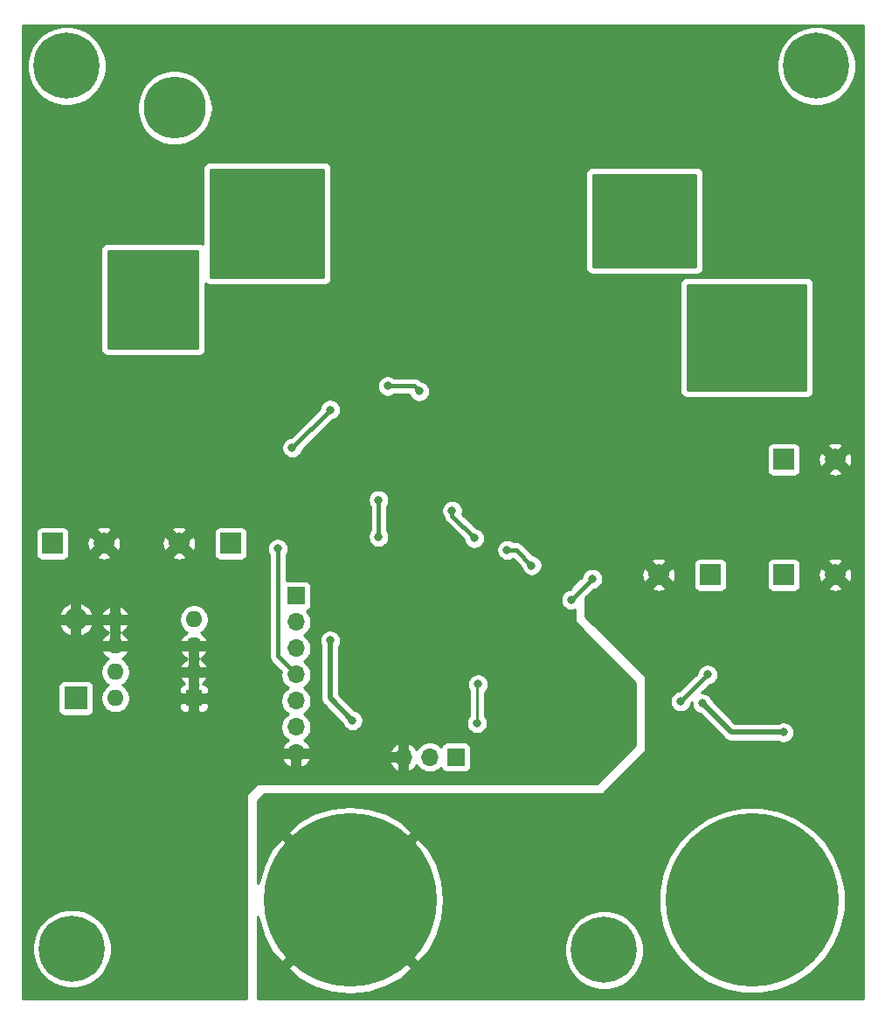
<source format=gbr>
%TF.GenerationSoftware,KiCad,Pcbnew,(5.1.9)-1*%
%TF.CreationDate,2022-02-26T00:54:21-05:00*%
%TF.ProjectId,LabPSU,4c616250-5355-42e6-9b69-6361645f7063,rev?*%
%TF.SameCoordinates,Original*%
%TF.FileFunction,Copper,L2,Bot*%
%TF.FilePolarity,Positive*%
%FSLAX46Y46*%
G04 Gerber Fmt 4.6, Leading zero omitted, Abs format (unit mm)*
G04 Created by KiCad (PCBNEW (5.1.9)-1) date 2022-02-26 00:54:21*
%MOMM*%
%LPD*%
G01*
G04 APERTURE LIST*
%TA.AperFunction,ComponentPad*%
%ADD10O,1.700000X1.700000*%
%TD*%
%TA.AperFunction,ComponentPad*%
%ADD11R,1.700000X1.700000*%
%TD*%
%TA.AperFunction,ComponentPad*%
%ADD12O,1.600000X1.600000*%
%TD*%
%TA.AperFunction,ComponentPad*%
%ADD13R,1.600000X1.600000*%
%TD*%
%TA.AperFunction,ComponentPad*%
%ADD14O,2.200000X2.200000*%
%TD*%
%TA.AperFunction,ComponentPad*%
%ADD15R,2.200000X2.200000*%
%TD*%
%TA.AperFunction,ComponentPad*%
%ADD16C,2.000000*%
%TD*%
%TA.AperFunction,ComponentPad*%
%ADD17R,2.000000X2.000000*%
%TD*%
%TA.AperFunction,ComponentPad*%
%ADD18C,16.800000*%
%TD*%
%TA.AperFunction,ComponentPad*%
%ADD19C,6.000000*%
%TD*%
%TA.AperFunction,ComponentPad*%
%ADD20C,6.400000*%
%TD*%
%TA.AperFunction,ViaPad*%
%ADD21C,0.600000*%
%TD*%
%TA.AperFunction,ViaPad*%
%ADD22C,1.200000*%
%TD*%
%TA.AperFunction,ViaPad*%
%ADD23C,0.800000*%
%TD*%
%TA.AperFunction,Conductor*%
%ADD24C,0.762000*%
%TD*%
%TA.AperFunction,Conductor*%
%ADD25C,0.508000*%
%TD*%
%TA.AperFunction,Conductor*%
%ADD26C,0.381000*%
%TD*%
%TA.AperFunction,Conductor*%
%ADD27C,0.254000*%
%TD*%
%TA.AperFunction,Conductor*%
%ADD28C,0.100000*%
%TD*%
G04 APERTURE END LIST*
D10*
%TO.P,J2,7*%
%TO.N,GND*%
X80518000Y-123698000D03*
%TO.P,J2,6*%
%TO.N,SDA*%
X80518000Y-121158000D03*
%TO.P,J2,5*%
%TO.N,SCL*%
X80518000Y-118618000D03*
%TO.P,J2,4*%
%TO.N,EN*%
X80518000Y-116078000D03*
%TO.P,J2,3*%
%TO.N,VOUTBUF*%
X80518000Y-113538000D03*
%TO.P,J2,2*%
%TO.N,IOUTBUF*%
X80518000Y-110998000D03*
D11*
%TO.P,J2,1*%
%TO.N,+5V*%
X80518000Y-108458000D03*
%TD*%
D12*
%TO.P,U1,8*%
%TO.N,Net-(D1-Pad1)*%
X62992000Y-118364000D03*
%TO.P,U1,4*%
%TO.N,+5V*%
X70612000Y-110744000D03*
%TO.P,U1,7*%
%TO.N,VBUS*%
X62992000Y-115824000D03*
%TO.P,U1,3*%
%TO.N,GND*%
X70612000Y-113284000D03*
%TO.P,U1,6*%
X62992000Y-113284000D03*
%TO.P,U1,2*%
X70612000Y-115824000D03*
%TO.P,U1,5*%
X62992000Y-110744000D03*
D13*
%TO.P,U1,1*%
X70612000Y-118364000D03*
%TD*%
D14*
%TO.P,D1,2*%
%TO.N,GND*%
X59182000Y-110744000D03*
D15*
%TO.P,D1,1*%
%TO.N,Net-(D1-Pad1)*%
X59182000Y-118364000D03*
%TD*%
D16*
%TO.P,C8,2*%
%TO.N,GND*%
X69168000Y-103378000D03*
D17*
%TO.P,C8,1*%
%TO.N,+5V*%
X74168000Y-103378000D03*
%TD*%
D16*
%TO.P,C1,2*%
%TO.N,GND*%
X61896000Y-103378000D03*
D17*
%TO.P,C1,1*%
%TO.N,VBUS*%
X56896000Y-103378000D03*
%TD*%
D18*
%TO.P,J5,1*%
%TO.N,GND*%
X85758000Y-137922000D03*
%TD*%
%TO.P,J4,1*%
%TO.N,VOUT*%
X124714000Y-137922000D03*
%TD*%
D10*
%TO.P,J3,3*%
%TO.N,GND*%
X90932000Y-124079000D03*
%TO.P,J3,2*%
%TO.N,+5V*%
X93472000Y-124079000D03*
D11*
%TO.P,J3,1*%
%TO.N,/UPDI*%
X96012000Y-124079000D03*
%TD*%
%TO.P,J1,1*%
%TO.N,GND*%
%TA.AperFunction,ComponentPad*%
G36*
G01*
X78946000Y-59714000D02*
X78946000Y-62714000D01*
G75*
G02*
X77446000Y-64214000I-1500000J0D01*
G01*
X74446000Y-64214000D01*
G75*
G02*
X72946000Y-62714000I0J1500000D01*
G01*
X72946000Y-59714000D01*
G75*
G02*
X74446000Y-58214000I1500000J0D01*
G01*
X77446000Y-58214000D01*
G75*
G02*
X78946000Y-59714000I0J-1500000D01*
G01*
G37*
%TD.AperFunction*%
D19*
%TO.P,J1,2*%
%TO.N,VBUS*%
X68746000Y-61214000D03*
%TD*%
D20*
%TO.P,H4,1*%
%TO.N,Net-(C28-Pad1)*%
X58801000Y-142621000D03*
%TD*%
%TO.P,H3,1*%
%TO.N,Net-(C27-Pad1)*%
X110363000Y-142748000D03*
%TD*%
%TO.P,H2,1*%
%TO.N,Net-(C26-Pad1)*%
X130937000Y-57150000D03*
%TD*%
%TO.P,H1,1*%
%TO.N,Net-(C24-Pad1)*%
X58293000Y-57150000D03*
%TD*%
D16*
%TO.P,C23,2*%
%TO.N,GND*%
X132762000Y-106426000D03*
D17*
%TO.P,C23,1*%
%TO.N,Net-(C17-Pad1)*%
X127762000Y-106426000D03*
%TD*%
D16*
%TO.P,C21,2*%
%TO.N,GND*%
X132762000Y-95250000D03*
D17*
%TO.P,C21,1*%
%TO.N,Net-(C17-Pad1)*%
X127762000Y-95250000D03*
%TD*%
D16*
%TO.P,C18,2*%
%TO.N,GND*%
X115650000Y-106426000D03*
D17*
%TO.P,C18,1*%
%TO.N,Net-(C17-Pad1)*%
X120650000Y-106426000D03*
%TD*%
D21*
%TO.N,GND*%
X98298000Y-94488000D03*
X97282000Y-94488000D03*
X96266000Y-94488000D03*
X96266000Y-93472000D03*
X98298000Y-93472000D03*
X97282000Y-93472000D03*
X98298000Y-92456000D03*
X97282000Y-92456000D03*
X96266000Y-92456000D03*
X98298000Y-91440000D03*
X97282000Y-91440000D03*
X96266000Y-91440000D03*
D22*
X76708000Y-93218000D03*
X73406000Y-86868000D03*
X73406000Y-89408000D03*
X73406000Y-91948000D03*
X73406000Y-94488000D03*
X79502000Y-91440000D03*
X113538000Y-97790000D03*
X115570000Y-101600000D03*
X113538000Y-91694000D03*
X117348000Y-91694000D03*
X117348000Y-97790000D03*
X111760000Y-79756000D03*
X114808000Y-79756000D03*
X113284000Y-79756000D03*
D23*
X99314000Y-98298000D03*
X97536000Y-100076000D03*
X97536000Y-96266000D03*
X88646000Y-92710000D03*
X85344000Y-92710000D03*
X87122000Y-95250000D03*
X103886000Y-96266000D03*
X105664000Y-95250000D03*
X96266000Y-89662000D03*
X94234000Y-84328000D03*
X92456000Y-85344000D03*
X95758000Y-85598000D03*
X80264000Y-85598000D03*
X83566000Y-83058000D03*
X82550000Y-88646000D03*
X77978000Y-87630000D03*
X75438000Y-87630000D03*
X101854000Y-87884000D03*
X106172000Y-92710000D03*
X101854000Y-83820000D03*
X106172000Y-83820000D03*
X110490000Y-83820000D03*
X110490000Y-89154000D03*
X106172000Y-89154000D03*
X58293000Y-64897000D03*
X130937000Y-65024000D03*
X101092000Y-123952000D03*
X103886000Y-123190000D03*
X109728000Y-123444000D03*
X58801000Y-134747000D03*
X104902000Y-101346000D03*
X108712000Y-104140000D03*
X112522000Y-107950000D03*
X96012000Y-106680000D03*
X100584000Y-106680000D03*
X105664000Y-107442000D03*
X110236000Y-134874000D03*
X131572000Y-116332000D03*
X129286000Y-114935000D03*
X130175000Y-111252000D03*
X129921000Y-120396000D03*
D21*
%TO.N,VBUS*%
X70358000Y-81534000D03*
X69342000Y-81534000D03*
X68326000Y-81534000D03*
X67310000Y-81534000D03*
X67310000Y-80518000D03*
X68326000Y-80518000D03*
X69342000Y-80518000D03*
X70358000Y-80518000D03*
X70358000Y-79502000D03*
X69342000Y-79502000D03*
X68326000Y-79502000D03*
X67310000Y-79502000D03*
X70358000Y-78486000D03*
X69342000Y-78486000D03*
X68326000Y-78486000D03*
X67310000Y-78486000D03*
D23*
%TO.N,+5V*%
X85979000Y-120523000D03*
X83820000Y-112776000D03*
X119888000Y-118872000D03*
X127762000Y-121666000D03*
%TO.N,/FB*%
X88512500Y-99180500D03*
X103346877Y-105505877D03*
X88512500Y-102736500D03*
X100965000Y-104013000D03*
D21*
%TO.N,Net-(D3-Pad2)*%
X112776000Y-72898000D03*
X113792000Y-72898000D03*
X114808000Y-72898000D03*
X115824000Y-72898000D03*
X115824000Y-73914000D03*
X114808000Y-73914000D03*
X113792000Y-73914000D03*
X112776000Y-73914000D03*
X112776000Y-74930000D03*
X113792000Y-74930000D03*
X114808000Y-74930000D03*
X115824000Y-74930000D03*
X115824000Y-75946000D03*
X114808000Y-75946000D03*
X113792000Y-75946000D03*
X112776000Y-75946000D03*
D23*
%TO.N,EN*%
X83820000Y-90433490D03*
X80141745Y-94111745D03*
X78739994Y-103886000D03*
%TO.N,/UPDI*%
X98044000Y-120777000D03*
X98158662Y-117008918D03*
%TO.N,VOUT*%
X97790000Y-102870000D03*
X95636003Y-100208003D03*
X107188000Y-108839000D03*
X109220000Y-106807000D03*
%TO.N,IOUT*%
X120396000Y-116078000D03*
X117792500Y-118681500D03*
D21*
%TO.N,Net-(C14-Pad2)*%
X72644000Y-74422000D03*
X82804000Y-76454000D03*
X80772000Y-76454000D03*
X72644000Y-76454000D03*
X78740000Y-76454000D03*
X80772000Y-74422000D03*
X78740000Y-74422000D03*
X82804000Y-74422000D03*
X74676000Y-76454000D03*
X74676000Y-74422000D03*
X76708000Y-76454000D03*
X76708000Y-68326000D03*
X82804000Y-68326000D03*
X76708000Y-74422000D03*
X74676000Y-68326000D03*
X80772000Y-68326000D03*
X72644000Y-68326000D03*
X78740000Y-68326000D03*
X80772000Y-72390000D03*
X72644000Y-72390000D03*
X78740000Y-72390000D03*
X82804000Y-70358000D03*
X72644000Y-70358000D03*
X74676000Y-70358000D03*
X78740000Y-70358000D03*
X82804000Y-72390000D03*
X76708000Y-70358000D03*
X76708000Y-72390000D03*
X74676000Y-72390000D03*
X80772000Y-70358000D03*
D23*
%TO.N,Net-(R1-Pad2)*%
X92456000Y-88646000D03*
X89408000Y-88138002D03*
D21*
%TO.N,Net-(C17-Pad1)*%
X123190000Y-87376000D03*
X129286000Y-87376000D03*
X121158000Y-87376000D03*
X127254000Y-87376000D03*
X119126000Y-87376000D03*
X125222000Y-87376000D03*
X123190000Y-85344000D03*
X129286000Y-85344000D03*
X121158000Y-85344000D03*
X127254000Y-85344000D03*
X119126000Y-85344000D03*
X125222000Y-85344000D03*
X123190000Y-83312000D03*
X129286000Y-83312000D03*
X121158000Y-83312000D03*
X127254000Y-83312000D03*
X119126000Y-83312000D03*
X125222000Y-83312000D03*
X123190000Y-81280000D03*
X129286000Y-81280000D03*
X121158000Y-81280000D03*
X127254000Y-81280000D03*
X119126000Y-81280000D03*
X125222000Y-81280000D03*
X129286000Y-79248000D03*
X127254000Y-79248000D03*
X125222000Y-79248000D03*
X123190000Y-79248000D03*
X121158000Y-79248000D03*
X119126000Y-79248000D03*
%TD*%
D24*
%TO.N,GND*%
X100584000Y-106680000D02*
X102108000Y-108204000D01*
X104902000Y-108204000D02*
X105664000Y-107442000D01*
X102108000Y-108204000D02*
X104902000Y-108204000D01*
D25*
%TO.N,+5V*%
X85979000Y-120523000D02*
X83820000Y-118364000D01*
X83820000Y-118364000D02*
X83820000Y-112776000D01*
X122682000Y-121666000D02*
X127762000Y-121666000D01*
X119888000Y-118872000D02*
X122682000Y-121666000D01*
D26*
%TO.N,/FB*%
X88512500Y-102736500D02*
X88512500Y-102736500D01*
X101854000Y-104013000D02*
X100965000Y-104013000D01*
X103346877Y-105505877D02*
X101854000Y-104013000D01*
X88512500Y-102736500D02*
X88512500Y-99180500D01*
%TO.N,EN*%
X83820000Y-90433490D02*
X80141745Y-94111745D01*
X80518000Y-116078000D02*
X78739994Y-114299994D01*
X78739994Y-114299994D02*
X78739994Y-103886000D01*
D27*
%TO.N,/UPDI*%
X98044000Y-120777000D02*
X98044000Y-117123580D01*
X98044000Y-117123580D02*
X98158662Y-117008918D01*
D26*
%TO.N,VOUT*%
X97790000Y-102870000D02*
X95636003Y-100716003D01*
X95636003Y-100716003D02*
X95636003Y-100208003D01*
X107188000Y-108839000D02*
X109220000Y-106807000D01*
X109220000Y-106807000D02*
X109220000Y-106807000D01*
%TO.N,IOUT*%
X120396000Y-116078000D02*
X117792500Y-118681500D01*
%TO.N,Net-(R1-Pad2)*%
X92456000Y-88646000D02*
X91948002Y-88138002D01*
X91948002Y-88138002D02*
X89408000Y-88138002D01*
%TD*%
D27*
%TO.N,Net-(D3-Pad2)*%
X119253000Y-76581000D02*
X109347000Y-76581000D01*
X109347000Y-67691000D01*
X119253000Y-67691000D01*
X119253000Y-76581000D01*
%TA.AperFunction,Conductor*%
D28*
G36*
X119253000Y-76581000D02*
G01*
X109347000Y-76581000D01*
X109347000Y-67691000D01*
X119253000Y-67691000D01*
X119253000Y-76581000D01*
G37*
%TD.AperFunction*%
%TD*%
D27*
%TO.N,VBUS*%
X70993000Y-84455000D02*
X62357000Y-84455000D01*
X62357000Y-75057000D01*
X70993000Y-75057000D01*
X70993000Y-84455000D01*
%TA.AperFunction,Conductor*%
D28*
G36*
X70993000Y-84455000D02*
G01*
X62357000Y-84455000D01*
X62357000Y-75057000D01*
X70993000Y-75057000D01*
X70993000Y-84455000D01*
G37*
%TD.AperFunction*%
%TD*%
D27*
%TO.N,GND*%
X135484000Y-147422000D02*
X76835000Y-147422000D01*
X76835000Y-144493020D01*
X79725795Y-144493020D01*
X80734600Y-145484312D01*
X82306457Y-146319021D01*
X84010955Y-146831037D01*
X85782590Y-147000684D01*
X87553282Y-146821442D01*
X89254981Y-146300200D01*
X90781400Y-145484312D01*
X91790205Y-144493020D01*
X85758000Y-138460815D01*
X79725795Y-144493020D01*
X76835000Y-144493020D01*
X76835000Y-139484558D01*
X76858558Y-139717282D01*
X77379800Y-141418981D01*
X78195688Y-142945400D01*
X79186980Y-143954205D01*
X85219185Y-137922000D01*
X86296815Y-137922000D01*
X92329020Y-143954205D01*
X93320312Y-142945400D01*
X93625717Y-142370285D01*
X106528000Y-142370285D01*
X106528000Y-143125715D01*
X106675377Y-143866628D01*
X106964467Y-144564554D01*
X107384161Y-145192670D01*
X107918330Y-145726839D01*
X108546446Y-146146533D01*
X109244372Y-146435623D01*
X109985285Y-146583000D01*
X110740715Y-146583000D01*
X111481628Y-146435623D01*
X112179554Y-146146533D01*
X112807670Y-145726839D01*
X113341839Y-145192670D01*
X113761533Y-144564554D01*
X114050623Y-143866628D01*
X114198000Y-143125715D01*
X114198000Y-142370285D01*
X114050623Y-141629372D01*
X113761533Y-140931446D01*
X113341839Y-140303330D01*
X112807670Y-139769161D01*
X112179554Y-139349467D01*
X111481628Y-139060377D01*
X110740715Y-138913000D01*
X109985285Y-138913000D01*
X109244372Y-139060377D01*
X108546446Y-139349467D01*
X107918330Y-139769161D01*
X107384161Y-140303330D01*
X106964467Y-140931446D01*
X106675377Y-141629372D01*
X106528000Y-142370285D01*
X93625717Y-142370285D01*
X94155021Y-141373543D01*
X94667037Y-139669045D01*
X94836684Y-137897410D01*
X94749095Y-137032130D01*
X115679000Y-137032130D01*
X115679000Y-138811870D01*
X116026210Y-140557412D01*
X116707286Y-142201678D01*
X117696057Y-143681477D01*
X118954523Y-144939943D01*
X120434322Y-145928714D01*
X122078588Y-146609790D01*
X123824130Y-146957000D01*
X125603870Y-146957000D01*
X127349412Y-146609790D01*
X128993678Y-145928714D01*
X130473477Y-144939943D01*
X131731943Y-143681477D01*
X132720714Y-142201678D01*
X133401790Y-140557412D01*
X133749000Y-138811870D01*
X133749000Y-137032130D01*
X133401790Y-135286588D01*
X132720714Y-133642322D01*
X131731943Y-132162523D01*
X130473477Y-130904057D01*
X128993678Y-129915286D01*
X127349412Y-129234210D01*
X125603870Y-128887000D01*
X123824130Y-128887000D01*
X122078588Y-129234210D01*
X120434322Y-129915286D01*
X118954523Y-130904057D01*
X117696057Y-132162523D01*
X116707286Y-133642322D01*
X116026210Y-135286588D01*
X115679000Y-137032130D01*
X94749095Y-137032130D01*
X94657442Y-136126718D01*
X94136200Y-134425019D01*
X93320312Y-132898600D01*
X92329020Y-131889795D01*
X86296815Y-137922000D01*
X85219185Y-137922000D01*
X79186980Y-131889795D01*
X78195688Y-132898600D01*
X77360979Y-134470457D01*
X76848963Y-136174955D01*
X76835000Y-136320772D01*
X76835000Y-131350980D01*
X79725795Y-131350980D01*
X85758000Y-137383185D01*
X91790205Y-131350980D01*
X90781400Y-130359688D01*
X89209543Y-129524979D01*
X87505045Y-129012963D01*
X85733410Y-128843316D01*
X83962718Y-129022558D01*
X82261019Y-129543800D01*
X80734600Y-130359688D01*
X79725795Y-131350980D01*
X76835000Y-131350980D01*
X76835000Y-128322606D01*
X77522606Y-127635000D01*
X110236000Y-127635000D01*
X110260776Y-127632560D01*
X110284601Y-127625333D01*
X110306557Y-127613597D01*
X110325803Y-127597803D01*
X114389803Y-123533803D01*
X114405597Y-123514557D01*
X114417333Y-123492601D01*
X114424560Y-123468776D01*
X114427000Y-123444000D01*
X114427000Y-118579561D01*
X116757500Y-118579561D01*
X116757500Y-118783439D01*
X116797274Y-118983398D01*
X116875295Y-119171756D01*
X116988563Y-119341274D01*
X117132726Y-119485437D01*
X117302244Y-119598705D01*
X117490602Y-119676726D01*
X117690561Y-119716500D01*
X117894439Y-119716500D01*
X118094398Y-119676726D01*
X118282756Y-119598705D01*
X118452274Y-119485437D01*
X118596437Y-119341274D01*
X118709705Y-119171756D01*
X118787726Y-118983398D01*
X118819929Y-118821504D01*
X118853000Y-118788432D01*
X118853000Y-118973939D01*
X118892774Y-119173898D01*
X118970795Y-119362256D01*
X119084063Y-119531774D01*
X119228226Y-119675937D01*
X119397744Y-119789205D01*
X119586102Y-119867226D01*
X119635895Y-119877130D01*
X122022506Y-122263742D01*
X122050341Y-122297659D01*
X122185709Y-122408753D01*
X122340149Y-122491303D01*
X122456892Y-122526716D01*
X122507725Y-122542136D01*
X122524325Y-122543771D01*
X122638333Y-122555000D01*
X122638340Y-122555000D01*
X122682000Y-122559300D01*
X122725660Y-122555000D01*
X127229532Y-122555000D01*
X127271744Y-122583205D01*
X127460102Y-122661226D01*
X127660061Y-122701000D01*
X127863939Y-122701000D01*
X128063898Y-122661226D01*
X128252256Y-122583205D01*
X128421774Y-122469937D01*
X128565937Y-122325774D01*
X128679205Y-122156256D01*
X128757226Y-121967898D01*
X128797000Y-121767939D01*
X128797000Y-121564061D01*
X128757226Y-121364102D01*
X128679205Y-121175744D01*
X128565937Y-121006226D01*
X128421774Y-120862063D01*
X128252256Y-120748795D01*
X128063898Y-120670774D01*
X127863939Y-120631000D01*
X127660061Y-120631000D01*
X127460102Y-120670774D01*
X127271744Y-120748795D01*
X127229532Y-120777000D01*
X123050236Y-120777000D01*
X120893130Y-118619895D01*
X120883226Y-118570102D01*
X120805205Y-118381744D01*
X120691937Y-118212226D01*
X120547774Y-118068063D01*
X120378256Y-117954795D01*
X120189898Y-117876774D01*
X119989939Y-117837000D01*
X119804433Y-117837000D01*
X120536004Y-117105428D01*
X120697898Y-117073226D01*
X120886256Y-116995205D01*
X121055774Y-116881937D01*
X121199937Y-116737774D01*
X121313205Y-116568256D01*
X121391226Y-116379898D01*
X121431000Y-116179939D01*
X121431000Y-115976061D01*
X121391226Y-115776102D01*
X121313205Y-115587744D01*
X121199937Y-115418226D01*
X121055774Y-115274063D01*
X120886256Y-115160795D01*
X120697898Y-115082774D01*
X120497939Y-115043000D01*
X120294061Y-115043000D01*
X120094102Y-115082774D01*
X119905744Y-115160795D01*
X119736226Y-115274063D01*
X119592063Y-115418226D01*
X119478795Y-115587744D01*
X119400774Y-115776102D01*
X119368572Y-115937996D01*
X117652496Y-117654071D01*
X117490602Y-117686274D01*
X117302244Y-117764295D01*
X117132726Y-117877563D01*
X116988563Y-118021726D01*
X116875295Y-118191244D01*
X116797274Y-118379602D01*
X116757500Y-118579561D01*
X114427000Y-118579561D01*
X114427000Y-116332000D01*
X114424560Y-116307224D01*
X114417333Y-116283399D01*
X114405597Y-116261443D01*
X114389803Y-116242197D01*
X108585000Y-110437394D01*
X108585000Y-108609432D01*
X109360004Y-107834428D01*
X109521898Y-107802226D01*
X109710256Y-107724205D01*
X109731965Y-107709699D01*
X114905117Y-107709699D01*
X115018882Y-107942855D01*
X115326933Y-108036835D01*
X115647399Y-108068910D01*
X115967964Y-108037849D01*
X116276311Y-107944846D01*
X116281118Y-107942855D01*
X116394883Y-107709699D01*
X115650000Y-106964815D01*
X114905117Y-107709699D01*
X109731965Y-107709699D01*
X109879774Y-107610937D01*
X110023937Y-107466774D01*
X110137205Y-107297256D01*
X110215226Y-107108898D01*
X110255000Y-106908939D01*
X110255000Y-106705061D01*
X110215226Y-106505102D01*
X110181384Y-106423399D01*
X114007090Y-106423399D01*
X114038151Y-106743964D01*
X114131154Y-107052311D01*
X114133145Y-107057118D01*
X114366301Y-107170883D01*
X115111185Y-106426000D01*
X116188815Y-106426000D01*
X116933699Y-107170883D01*
X117166855Y-107057118D01*
X117260835Y-106749067D01*
X117292910Y-106428601D01*
X117261849Y-106108036D01*
X117168846Y-105799689D01*
X117166855Y-105794882D01*
X116933699Y-105681117D01*
X116188815Y-106426000D01*
X115111185Y-106426000D01*
X114366301Y-105681117D01*
X114133145Y-105794882D01*
X114039165Y-106102933D01*
X114007090Y-106423399D01*
X110181384Y-106423399D01*
X110137205Y-106316744D01*
X110023937Y-106147226D01*
X109879774Y-106003063D01*
X109710256Y-105889795D01*
X109521898Y-105811774D01*
X109321939Y-105772000D01*
X109118061Y-105772000D01*
X108918102Y-105811774D01*
X108729744Y-105889795D01*
X108560226Y-106003063D01*
X108416063Y-106147226D01*
X108302795Y-106316744D01*
X108224774Y-106505102D01*
X108192572Y-106666996D01*
X108153383Y-106706184D01*
X108147557Y-106701403D01*
X108125601Y-106689667D01*
X108101776Y-106682440D01*
X108077000Y-106680000D01*
X108052224Y-106682440D01*
X108028399Y-106689667D01*
X108006443Y-106701403D01*
X107987197Y-106717197D01*
X107225197Y-107479197D01*
X107209403Y-107498443D01*
X107197667Y-107520399D01*
X107190440Y-107544224D01*
X107188000Y-107569000D01*
X107190440Y-107593776D01*
X107197667Y-107617601D01*
X107209403Y-107639557D01*
X107214184Y-107645383D01*
X107047996Y-107811571D01*
X106886102Y-107843774D01*
X106697744Y-107921795D01*
X106528226Y-108035063D01*
X106384063Y-108179226D01*
X106270795Y-108348744D01*
X106192774Y-108537102D01*
X106153000Y-108737061D01*
X106153000Y-108940939D01*
X106192774Y-109140898D01*
X106270795Y-109329256D01*
X106384063Y-109498774D01*
X106528226Y-109642937D01*
X106697744Y-109756205D01*
X106886102Y-109834226D01*
X107086061Y-109874000D01*
X107289939Y-109874000D01*
X107489898Y-109834226D01*
X107569000Y-109801461D01*
X107569000Y-110998000D01*
X107571440Y-111022776D01*
X107578667Y-111046601D01*
X107590403Y-111068557D01*
X107606197Y-111087803D01*
X113411000Y-116892606D01*
X113411000Y-122883394D01*
X109675394Y-126619000D01*
X76835000Y-126619000D01*
X76810224Y-126621440D01*
X76786399Y-126628667D01*
X76764443Y-126640403D01*
X76745197Y-126656197D01*
X75729197Y-127672197D01*
X75713403Y-127691443D01*
X75701667Y-127713399D01*
X75694440Y-127737224D01*
X75692000Y-127762000D01*
X75692000Y-147422000D01*
X54000000Y-147422000D01*
X54000000Y-142243285D01*
X54966000Y-142243285D01*
X54966000Y-142998715D01*
X55113377Y-143739628D01*
X55402467Y-144437554D01*
X55822161Y-145065670D01*
X56356330Y-145599839D01*
X56984446Y-146019533D01*
X57682372Y-146308623D01*
X58423285Y-146456000D01*
X59178715Y-146456000D01*
X59919628Y-146308623D01*
X60617554Y-146019533D01*
X61245670Y-145599839D01*
X61779839Y-145065670D01*
X62199533Y-144437554D01*
X62488623Y-143739628D01*
X62636000Y-142998715D01*
X62636000Y-142243285D01*
X62488623Y-141502372D01*
X62199533Y-140804446D01*
X61779839Y-140176330D01*
X61245670Y-139642161D01*
X60617554Y-139222467D01*
X59919628Y-138933377D01*
X59178715Y-138786000D01*
X58423285Y-138786000D01*
X57682372Y-138933377D01*
X56984446Y-139222467D01*
X56356330Y-139642161D01*
X55822161Y-140176330D01*
X55402467Y-140804446D01*
X55113377Y-141502372D01*
X54966000Y-142243285D01*
X54000000Y-142243285D01*
X54000000Y-124298838D01*
X79159980Y-124298838D01*
X79263937Y-124493354D01*
X79443199Y-124722727D01*
X79663765Y-124912721D01*
X79917159Y-125056034D01*
X80137000Y-124974557D01*
X80137000Y-124079000D01*
X80899000Y-124079000D01*
X80899000Y-124974557D01*
X81118841Y-125056034D01*
X81372235Y-124912721D01*
X81592801Y-124722727D01*
X81626317Y-124679841D01*
X89573966Y-124679841D01*
X89717279Y-124933235D01*
X89907273Y-125153801D01*
X90136646Y-125333063D01*
X90331162Y-125437020D01*
X90551000Y-125349346D01*
X90551000Y-124460000D01*
X89655443Y-124460000D01*
X89573966Y-124679841D01*
X81626317Y-124679841D01*
X81772063Y-124493354D01*
X81876020Y-124298838D01*
X81788346Y-124079000D01*
X80899000Y-124079000D01*
X80137000Y-124079000D01*
X79247654Y-124079000D01*
X79159980Y-124298838D01*
X54000000Y-124298838D01*
X54000000Y-123478159D01*
X89573966Y-123478159D01*
X89655443Y-123698000D01*
X90551000Y-123698000D01*
X90551000Y-122808654D01*
X91313000Y-122808654D01*
X91313000Y-123698000D01*
X91333000Y-123698000D01*
X91333000Y-124460000D01*
X91313000Y-124460000D01*
X91313000Y-125349346D01*
X91532838Y-125437020D01*
X91727354Y-125333063D01*
X91956727Y-125153801D01*
X92146721Y-124933235D01*
X92197177Y-124844022D01*
X92318525Y-125025632D01*
X92525368Y-125232475D01*
X92768589Y-125394990D01*
X93038842Y-125506932D01*
X93325740Y-125564000D01*
X93618260Y-125564000D01*
X93905158Y-125506932D01*
X94175411Y-125394990D01*
X94418632Y-125232475D01*
X94550487Y-125100620D01*
X94572498Y-125173180D01*
X94631463Y-125283494D01*
X94710815Y-125380185D01*
X94807506Y-125459537D01*
X94917820Y-125518502D01*
X95037518Y-125554812D01*
X95162000Y-125567072D01*
X96862000Y-125567072D01*
X96986482Y-125554812D01*
X97106180Y-125518502D01*
X97216494Y-125459537D01*
X97313185Y-125380185D01*
X97392537Y-125283494D01*
X97451502Y-125173180D01*
X97487812Y-125053482D01*
X97500072Y-124929000D01*
X97500072Y-123229000D01*
X97487812Y-123104518D01*
X97451502Y-122984820D01*
X97392537Y-122874506D01*
X97313185Y-122777815D01*
X97216494Y-122698463D01*
X97106180Y-122639498D01*
X96986482Y-122603188D01*
X96862000Y-122590928D01*
X95162000Y-122590928D01*
X95037518Y-122603188D01*
X94917820Y-122639498D01*
X94807506Y-122698463D01*
X94710815Y-122777815D01*
X94631463Y-122874506D01*
X94572498Y-122984820D01*
X94550487Y-123057380D01*
X94418632Y-122925525D01*
X94175411Y-122763010D01*
X93905158Y-122651068D01*
X93618260Y-122594000D01*
X93325740Y-122594000D01*
X93038842Y-122651068D01*
X92768589Y-122763010D01*
X92525368Y-122925525D01*
X92318525Y-123132368D01*
X92197177Y-123313978D01*
X92146721Y-123224765D01*
X91956727Y-123004199D01*
X91727354Y-122824937D01*
X91532838Y-122720980D01*
X91313000Y-122808654D01*
X90551000Y-122808654D01*
X90331162Y-122720980D01*
X90136646Y-122824937D01*
X89907273Y-123004199D01*
X89717279Y-123224765D01*
X89573966Y-123478159D01*
X54000000Y-123478159D01*
X54000000Y-117264000D01*
X57443928Y-117264000D01*
X57443928Y-119464000D01*
X57456188Y-119588482D01*
X57492498Y-119708180D01*
X57551463Y-119818494D01*
X57630815Y-119915185D01*
X57727506Y-119994537D01*
X57837820Y-120053502D01*
X57957518Y-120089812D01*
X58082000Y-120102072D01*
X60282000Y-120102072D01*
X60406482Y-120089812D01*
X60526180Y-120053502D01*
X60636494Y-119994537D01*
X60733185Y-119915185D01*
X60812537Y-119818494D01*
X60871502Y-119708180D01*
X60907812Y-119588482D01*
X60920072Y-119464000D01*
X60920072Y-117264000D01*
X60907812Y-117139518D01*
X60871502Y-117019820D01*
X60812537Y-116909506D01*
X60733185Y-116812815D01*
X60636494Y-116733463D01*
X60526180Y-116674498D01*
X60406482Y-116638188D01*
X60282000Y-116625928D01*
X58082000Y-116625928D01*
X57957518Y-116638188D01*
X57837820Y-116674498D01*
X57727506Y-116733463D01*
X57630815Y-116812815D01*
X57551463Y-116909506D01*
X57492498Y-117019820D01*
X57456188Y-117139518D01*
X57443928Y-117264000D01*
X54000000Y-117264000D01*
X54000000Y-115682665D01*
X61557000Y-115682665D01*
X61557000Y-115965335D01*
X61612147Y-116242574D01*
X61720320Y-116503727D01*
X61877363Y-116738759D01*
X62077241Y-116938637D01*
X62309759Y-117094000D01*
X62077241Y-117249363D01*
X61877363Y-117449241D01*
X61720320Y-117684273D01*
X61612147Y-117945426D01*
X61557000Y-118222665D01*
X61557000Y-118505335D01*
X61612147Y-118782574D01*
X61720320Y-119043727D01*
X61877363Y-119278759D01*
X62077241Y-119478637D01*
X62312273Y-119635680D01*
X62573426Y-119743853D01*
X62850665Y-119799000D01*
X63133335Y-119799000D01*
X63410574Y-119743853D01*
X63671727Y-119635680D01*
X63906759Y-119478637D01*
X64106637Y-119278759D01*
X64183316Y-119164000D01*
X69173928Y-119164000D01*
X69186188Y-119288482D01*
X69222498Y-119408180D01*
X69281463Y-119518494D01*
X69360815Y-119615185D01*
X69457506Y-119694537D01*
X69567820Y-119753502D01*
X69687518Y-119789812D01*
X69812000Y-119802072D01*
X70072250Y-119799000D01*
X70231000Y-119640250D01*
X70231000Y-118745000D01*
X70993000Y-118745000D01*
X70993000Y-119640250D01*
X71151750Y-119799000D01*
X71412000Y-119802072D01*
X71536482Y-119789812D01*
X71656180Y-119753502D01*
X71766494Y-119694537D01*
X71863185Y-119615185D01*
X71942537Y-119518494D01*
X72001502Y-119408180D01*
X72037812Y-119288482D01*
X72050072Y-119164000D01*
X72047000Y-118903750D01*
X71888250Y-118745000D01*
X70993000Y-118745000D01*
X70231000Y-118745000D01*
X69335750Y-118745000D01*
X69177000Y-118903750D01*
X69173928Y-119164000D01*
X64183316Y-119164000D01*
X64263680Y-119043727D01*
X64371853Y-118782574D01*
X64427000Y-118505335D01*
X64427000Y-118222665D01*
X64371853Y-117945426D01*
X64263680Y-117684273D01*
X64183317Y-117564000D01*
X69173928Y-117564000D01*
X69177000Y-117824250D01*
X69335750Y-117983000D01*
X70231000Y-117983000D01*
X70231000Y-117087750D01*
X70202908Y-117059658D01*
X70231000Y-117048763D01*
X70231000Y-116205000D01*
X70993000Y-116205000D01*
X70993000Y-117048763D01*
X71021092Y-117059658D01*
X70993000Y-117087750D01*
X70993000Y-117983000D01*
X71888250Y-117983000D01*
X72047000Y-117824250D01*
X72050072Y-117564000D01*
X72037812Y-117439518D01*
X72001502Y-117319820D01*
X71942537Y-117209506D01*
X71863185Y-117112815D01*
X71766494Y-117033463D01*
X71656180Y-116974498D01*
X71536482Y-116938188D01*
X71510415Y-116935621D01*
X71659739Y-116804567D01*
X71830906Y-116581322D01*
X71918862Y-116416736D01*
X71830053Y-116205000D01*
X70993000Y-116205000D01*
X70231000Y-116205000D01*
X69393947Y-116205000D01*
X69305138Y-116416736D01*
X69393094Y-116581322D01*
X69564261Y-116804567D01*
X69713585Y-116935621D01*
X69687518Y-116938188D01*
X69567820Y-116974498D01*
X69457506Y-117033463D01*
X69360815Y-117112815D01*
X69281463Y-117209506D01*
X69222498Y-117319820D01*
X69186188Y-117439518D01*
X69173928Y-117564000D01*
X64183317Y-117564000D01*
X64106637Y-117449241D01*
X63906759Y-117249363D01*
X63674241Y-117094000D01*
X63906759Y-116938637D01*
X64106637Y-116738759D01*
X64263680Y-116503727D01*
X64371853Y-116242574D01*
X64427000Y-115965335D01*
X64427000Y-115682665D01*
X64371853Y-115405426D01*
X64263680Y-115144273D01*
X64106637Y-114909241D01*
X63906759Y-114709363D01*
X63671727Y-114552320D01*
X63659924Y-114547431D01*
X63828308Y-114450129D01*
X64039739Y-114264567D01*
X64210906Y-114041322D01*
X64298862Y-113876736D01*
X69305138Y-113876736D01*
X69393094Y-114041322D01*
X69564261Y-114264567D01*
X69775692Y-114450129D01*
X69955444Y-114554000D01*
X69775692Y-114657871D01*
X69564261Y-114843433D01*
X69393094Y-115066678D01*
X69305138Y-115231264D01*
X69393947Y-115443000D01*
X70231000Y-115443000D01*
X70231000Y-114599237D01*
X70114354Y-114554000D01*
X70231000Y-114508763D01*
X70231000Y-113665000D01*
X70993000Y-113665000D01*
X70993000Y-114508763D01*
X71109646Y-114554000D01*
X70993000Y-114599237D01*
X70993000Y-115443000D01*
X71830053Y-115443000D01*
X71918862Y-115231264D01*
X71830906Y-115066678D01*
X71659739Y-114843433D01*
X71448308Y-114657871D01*
X71268556Y-114554000D01*
X71448308Y-114450129D01*
X71659739Y-114264567D01*
X71830906Y-114041322D01*
X71918862Y-113876736D01*
X71830053Y-113665000D01*
X70993000Y-113665000D01*
X70231000Y-113665000D01*
X69393947Y-113665000D01*
X69305138Y-113876736D01*
X64298862Y-113876736D01*
X64210053Y-113665000D01*
X63373000Y-113665000D01*
X63373000Y-113685000D01*
X62611000Y-113685000D01*
X62611000Y-113665000D01*
X61773947Y-113665000D01*
X61685138Y-113876736D01*
X61773094Y-114041322D01*
X61944261Y-114264567D01*
X62155692Y-114450129D01*
X62324076Y-114547431D01*
X62312273Y-114552320D01*
X62077241Y-114709363D01*
X61877363Y-114909241D01*
X61720320Y-115144273D01*
X61612147Y-115405426D01*
X61557000Y-115682665D01*
X54000000Y-115682665D01*
X54000000Y-111385100D01*
X57569778Y-111385100D01*
X57725829Y-111687310D01*
X57937840Y-111953269D01*
X58197663Y-112172757D01*
X58495313Y-112337338D01*
X58540902Y-112356209D01*
X58801000Y-112273511D01*
X58801000Y-111125000D01*
X59563000Y-111125000D01*
X59563000Y-112273511D01*
X59823098Y-112356209D01*
X59868687Y-112337338D01*
X60166337Y-112172757D01*
X60426160Y-111953269D01*
X60638171Y-111687310D01*
X60794222Y-111385100D01*
X60779661Y-111336736D01*
X61685138Y-111336736D01*
X61773094Y-111501322D01*
X61944261Y-111724567D01*
X62155692Y-111910129D01*
X62335444Y-112014000D01*
X62155692Y-112117871D01*
X61944261Y-112303433D01*
X61773094Y-112526678D01*
X61685138Y-112691264D01*
X61773947Y-112903000D01*
X62611000Y-112903000D01*
X62611000Y-112059237D01*
X62494354Y-112014000D01*
X62611000Y-111968763D01*
X62611000Y-111125000D01*
X63373000Y-111125000D01*
X63373000Y-111968763D01*
X63489646Y-112014000D01*
X63373000Y-112059237D01*
X63373000Y-112903000D01*
X64210053Y-112903000D01*
X64298862Y-112691264D01*
X64210906Y-112526678D01*
X64039739Y-112303433D01*
X63828308Y-112117871D01*
X63648556Y-112014000D01*
X63828308Y-111910129D01*
X64039739Y-111724567D01*
X64210906Y-111501322D01*
X64298862Y-111336736D01*
X64210053Y-111125000D01*
X63373000Y-111125000D01*
X62611000Y-111125000D01*
X61773947Y-111125000D01*
X61685138Y-111336736D01*
X60779661Y-111336736D01*
X60715913Y-111125000D01*
X59563000Y-111125000D01*
X58801000Y-111125000D01*
X57648087Y-111125000D01*
X57569778Y-111385100D01*
X54000000Y-111385100D01*
X54000000Y-110602665D01*
X69177000Y-110602665D01*
X69177000Y-110885335D01*
X69232147Y-111162574D01*
X69340320Y-111423727D01*
X69497363Y-111658759D01*
X69697241Y-111858637D01*
X69932273Y-112015680D01*
X69944076Y-112020569D01*
X69775692Y-112117871D01*
X69564261Y-112303433D01*
X69393094Y-112526678D01*
X69305138Y-112691264D01*
X69393947Y-112903000D01*
X70231000Y-112903000D01*
X70231000Y-112883000D01*
X70993000Y-112883000D01*
X70993000Y-112903000D01*
X71830053Y-112903000D01*
X71918862Y-112691264D01*
X71830906Y-112526678D01*
X71659739Y-112303433D01*
X71448308Y-112117871D01*
X71279924Y-112020569D01*
X71291727Y-112015680D01*
X71526759Y-111858637D01*
X71726637Y-111658759D01*
X71883680Y-111423727D01*
X71991853Y-111162574D01*
X72047000Y-110885335D01*
X72047000Y-110602665D01*
X71991853Y-110325426D01*
X71883680Y-110064273D01*
X71726637Y-109829241D01*
X71526759Y-109629363D01*
X71291727Y-109472320D01*
X71030574Y-109364147D01*
X70753335Y-109309000D01*
X70470665Y-109309000D01*
X70193426Y-109364147D01*
X69932273Y-109472320D01*
X69697241Y-109629363D01*
X69497363Y-109829241D01*
X69340320Y-110064273D01*
X69232147Y-110325426D01*
X69177000Y-110602665D01*
X54000000Y-110602665D01*
X54000000Y-110102900D01*
X57569778Y-110102900D01*
X57648087Y-110363000D01*
X58801000Y-110363000D01*
X58801000Y-109214489D01*
X59563000Y-109214489D01*
X59563000Y-110363000D01*
X60715913Y-110363000D01*
X60779660Y-110151264D01*
X61685138Y-110151264D01*
X61773947Y-110363000D01*
X62611000Y-110363000D01*
X62611000Y-109519237D01*
X63373000Y-109519237D01*
X63373000Y-110363000D01*
X64210053Y-110363000D01*
X64298862Y-110151264D01*
X64210906Y-109986678D01*
X64039739Y-109763433D01*
X63828308Y-109577871D01*
X63584738Y-109437122D01*
X63373000Y-109519237D01*
X62611000Y-109519237D01*
X62399262Y-109437122D01*
X62155692Y-109577871D01*
X61944261Y-109763433D01*
X61773094Y-109986678D01*
X61685138Y-110151264D01*
X60779660Y-110151264D01*
X60794222Y-110102900D01*
X60638171Y-109800690D01*
X60426160Y-109534731D01*
X60166337Y-109315243D01*
X59868687Y-109150662D01*
X59823098Y-109131791D01*
X59563000Y-109214489D01*
X58801000Y-109214489D01*
X58540902Y-109131791D01*
X58495313Y-109150662D01*
X58197663Y-109315243D01*
X57937840Y-109534731D01*
X57725829Y-109800690D01*
X57569778Y-110102900D01*
X54000000Y-110102900D01*
X54000000Y-102378000D01*
X55257928Y-102378000D01*
X55257928Y-104378000D01*
X55270188Y-104502482D01*
X55306498Y-104622180D01*
X55365463Y-104732494D01*
X55444815Y-104829185D01*
X55541506Y-104908537D01*
X55651820Y-104967502D01*
X55771518Y-105003812D01*
X55896000Y-105016072D01*
X57896000Y-105016072D01*
X58020482Y-105003812D01*
X58140180Y-104967502D01*
X58250494Y-104908537D01*
X58347185Y-104829185D01*
X58426537Y-104732494D01*
X58464378Y-104661699D01*
X61151117Y-104661699D01*
X61264882Y-104894855D01*
X61572933Y-104988835D01*
X61893399Y-105020910D01*
X62213964Y-104989849D01*
X62522311Y-104896846D01*
X62527118Y-104894855D01*
X62640883Y-104661699D01*
X68423117Y-104661699D01*
X68536882Y-104894855D01*
X68844933Y-104988835D01*
X69165399Y-105020910D01*
X69485964Y-104989849D01*
X69794311Y-104896846D01*
X69799118Y-104894855D01*
X69912883Y-104661699D01*
X69168000Y-103916815D01*
X68423117Y-104661699D01*
X62640883Y-104661699D01*
X61896000Y-103916815D01*
X61151117Y-104661699D01*
X58464378Y-104661699D01*
X58485502Y-104622180D01*
X58521812Y-104502482D01*
X58534072Y-104378000D01*
X58534072Y-103375399D01*
X60253090Y-103375399D01*
X60284151Y-103695964D01*
X60377154Y-104004311D01*
X60379145Y-104009118D01*
X60612301Y-104122883D01*
X61357185Y-103378000D01*
X62434815Y-103378000D01*
X63179699Y-104122883D01*
X63412855Y-104009118D01*
X63506835Y-103701067D01*
X63538910Y-103380601D01*
X63538406Y-103375399D01*
X67525090Y-103375399D01*
X67556151Y-103695964D01*
X67649154Y-104004311D01*
X67651145Y-104009118D01*
X67884301Y-104122883D01*
X68629185Y-103378000D01*
X69706815Y-103378000D01*
X70451699Y-104122883D01*
X70684855Y-104009118D01*
X70778835Y-103701067D01*
X70810910Y-103380601D01*
X70779849Y-103060036D01*
X70686846Y-102751689D01*
X70684855Y-102746882D01*
X70451699Y-102633117D01*
X69706815Y-103378000D01*
X68629185Y-103378000D01*
X67884301Y-102633117D01*
X67651145Y-102746882D01*
X67557165Y-103054933D01*
X67525090Y-103375399D01*
X63538406Y-103375399D01*
X63507849Y-103060036D01*
X63414846Y-102751689D01*
X63412855Y-102746882D01*
X63179699Y-102633117D01*
X62434815Y-103378000D01*
X61357185Y-103378000D01*
X60612301Y-102633117D01*
X60379145Y-102746882D01*
X60285165Y-103054933D01*
X60253090Y-103375399D01*
X58534072Y-103375399D01*
X58534072Y-102378000D01*
X58521812Y-102253518D01*
X58485502Y-102133820D01*
X58464379Y-102094301D01*
X61151117Y-102094301D01*
X61896000Y-102839185D01*
X62640883Y-102094301D01*
X68423117Y-102094301D01*
X69168000Y-102839185D01*
X69629184Y-102378000D01*
X72529928Y-102378000D01*
X72529928Y-104378000D01*
X72542188Y-104502482D01*
X72578498Y-104622180D01*
X72637463Y-104732494D01*
X72716815Y-104829185D01*
X72813506Y-104908537D01*
X72923820Y-104967502D01*
X73043518Y-105003812D01*
X73168000Y-105016072D01*
X75168000Y-105016072D01*
X75292482Y-105003812D01*
X75412180Y-104967502D01*
X75522494Y-104908537D01*
X75619185Y-104829185D01*
X75698537Y-104732494D01*
X75757502Y-104622180D01*
X75793812Y-104502482D01*
X75806072Y-104378000D01*
X75806072Y-103784061D01*
X77704994Y-103784061D01*
X77704994Y-103987939D01*
X77744768Y-104187898D01*
X77822789Y-104376256D01*
X77914495Y-104513504D01*
X77914494Y-114259444D01*
X77910500Y-114299994D01*
X77914494Y-114340544D01*
X77914494Y-114340546D01*
X77926438Y-114461819D01*
X77966231Y-114593000D01*
X77973641Y-114617427D01*
X78050295Y-114760836D01*
X78084208Y-114802159D01*
X78153453Y-114886535D01*
X78184960Y-114912392D01*
X79061422Y-115788854D01*
X79033000Y-115931740D01*
X79033000Y-116224260D01*
X79090068Y-116511158D01*
X79202010Y-116781411D01*
X79364525Y-117024632D01*
X79571368Y-117231475D01*
X79745760Y-117348000D01*
X79571368Y-117464525D01*
X79364525Y-117671368D01*
X79202010Y-117914589D01*
X79090068Y-118184842D01*
X79033000Y-118471740D01*
X79033000Y-118764260D01*
X79090068Y-119051158D01*
X79202010Y-119321411D01*
X79364525Y-119564632D01*
X79571368Y-119771475D01*
X79745760Y-119888000D01*
X79571368Y-120004525D01*
X79364525Y-120211368D01*
X79202010Y-120454589D01*
X79090068Y-120724842D01*
X79033000Y-121011740D01*
X79033000Y-121304260D01*
X79090068Y-121591158D01*
X79202010Y-121861411D01*
X79364525Y-122104632D01*
X79571368Y-122311475D01*
X79752978Y-122432823D01*
X79663765Y-122483279D01*
X79443199Y-122673273D01*
X79263937Y-122902646D01*
X79159980Y-123097162D01*
X79247654Y-123317000D01*
X80137000Y-123317000D01*
X80137000Y-123297000D01*
X80899000Y-123297000D01*
X80899000Y-123317000D01*
X81788346Y-123317000D01*
X81876020Y-123097162D01*
X81772063Y-122902646D01*
X81592801Y-122673273D01*
X81372235Y-122483279D01*
X81283022Y-122432823D01*
X81464632Y-122311475D01*
X81671475Y-122104632D01*
X81833990Y-121861411D01*
X81945932Y-121591158D01*
X82003000Y-121304260D01*
X82003000Y-121011740D01*
X81945932Y-120724842D01*
X81833990Y-120454589D01*
X81671475Y-120211368D01*
X81464632Y-120004525D01*
X81290240Y-119888000D01*
X81464632Y-119771475D01*
X81671475Y-119564632D01*
X81833990Y-119321411D01*
X81945932Y-119051158D01*
X82003000Y-118764260D01*
X82003000Y-118471740D01*
X81945932Y-118184842D01*
X81833990Y-117914589D01*
X81671475Y-117671368D01*
X81464632Y-117464525D01*
X81290240Y-117348000D01*
X81464632Y-117231475D01*
X81671475Y-117024632D01*
X81833990Y-116781411D01*
X81945932Y-116511158D01*
X82003000Y-116224260D01*
X82003000Y-115931740D01*
X81945932Y-115644842D01*
X81833990Y-115374589D01*
X81671475Y-115131368D01*
X81464632Y-114924525D01*
X81290240Y-114808000D01*
X81464632Y-114691475D01*
X81671475Y-114484632D01*
X81833990Y-114241411D01*
X81945932Y-113971158D01*
X82003000Y-113684260D01*
X82003000Y-113391740D01*
X81945932Y-113104842D01*
X81833990Y-112834589D01*
X81726729Y-112674061D01*
X82785000Y-112674061D01*
X82785000Y-112877939D01*
X82824774Y-113077898D01*
X82902795Y-113266256D01*
X82931001Y-113308469D01*
X82931000Y-118320340D01*
X82926700Y-118364000D01*
X82931000Y-118407660D01*
X82931000Y-118407666D01*
X82943864Y-118538273D01*
X82994697Y-118705850D01*
X83077247Y-118860290D01*
X83188341Y-118995659D01*
X83222264Y-119023499D01*
X84973870Y-120775106D01*
X84983774Y-120824898D01*
X85061795Y-121013256D01*
X85175063Y-121182774D01*
X85319226Y-121326937D01*
X85488744Y-121440205D01*
X85677102Y-121518226D01*
X85877061Y-121558000D01*
X86080939Y-121558000D01*
X86280898Y-121518226D01*
X86469256Y-121440205D01*
X86638774Y-121326937D01*
X86782937Y-121182774D01*
X86896205Y-121013256D01*
X86974226Y-120824898D01*
X87004030Y-120675061D01*
X97009000Y-120675061D01*
X97009000Y-120878939D01*
X97048774Y-121078898D01*
X97126795Y-121267256D01*
X97240063Y-121436774D01*
X97384226Y-121580937D01*
X97553744Y-121694205D01*
X97742102Y-121772226D01*
X97942061Y-121812000D01*
X98145939Y-121812000D01*
X98345898Y-121772226D01*
X98534256Y-121694205D01*
X98703774Y-121580937D01*
X98847937Y-121436774D01*
X98961205Y-121267256D01*
X99039226Y-121078898D01*
X99079000Y-120878939D01*
X99079000Y-120675061D01*
X99039226Y-120475102D01*
X98961205Y-120286744D01*
X98847937Y-120117226D01*
X98806000Y-120075289D01*
X98806000Y-117821164D01*
X98818436Y-117812855D01*
X98962599Y-117668692D01*
X99075867Y-117499174D01*
X99153888Y-117310816D01*
X99193662Y-117110857D01*
X99193662Y-116906979D01*
X99153888Y-116707020D01*
X99075867Y-116518662D01*
X98962599Y-116349144D01*
X98818436Y-116204981D01*
X98648918Y-116091713D01*
X98460560Y-116013692D01*
X98260601Y-115973918D01*
X98056723Y-115973918D01*
X97856764Y-116013692D01*
X97668406Y-116091713D01*
X97498888Y-116204981D01*
X97354725Y-116349144D01*
X97241457Y-116518662D01*
X97163436Y-116707020D01*
X97123662Y-116906979D01*
X97123662Y-117110857D01*
X97163436Y-117310816D01*
X97241457Y-117499174D01*
X97282001Y-117559852D01*
X97282000Y-120075289D01*
X97240063Y-120117226D01*
X97126795Y-120286744D01*
X97048774Y-120475102D01*
X97009000Y-120675061D01*
X87004030Y-120675061D01*
X87014000Y-120624939D01*
X87014000Y-120421061D01*
X86974226Y-120221102D01*
X86896205Y-120032744D01*
X86782937Y-119863226D01*
X86638774Y-119719063D01*
X86469256Y-119605795D01*
X86280898Y-119527774D01*
X86231106Y-119517870D01*
X84709000Y-117995765D01*
X84709000Y-113308468D01*
X84737205Y-113266256D01*
X84815226Y-113077898D01*
X84855000Y-112877939D01*
X84855000Y-112674061D01*
X84815226Y-112474102D01*
X84737205Y-112285744D01*
X84623937Y-112116226D01*
X84479774Y-111972063D01*
X84310256Y-111858795D01*
X84121898Y-111780774D01*
X83921939Y-111741000D01*
X83718061Y-111741000D01*
X83518102Y-111780774D01*
X83329744Y-111858795D01*
X83160226Y-111972063D01*
X83016063Y-112116226D01*
X82902795Y-112285744D01*
X82824774Y-112474102D01*
X82785000Y-112674061D01*
X81726729Y-112674061D01*
X81671475Y-112591368D01*
X81464632Y-112384525D01*
X81290240Y-112268000D01*
X81464632Y-112151475D01*
X81671475Y-111944632D01*
X81833990Y-111701411D01*
X81945932Y-111431158D01*
X82003000Y-111144260D01*
X82003000Y-110851740D01*
X81945932Y-110564842D01*
X81833990Y-110294589D01*
X81671475Y-110051368D01*
X81539620Y-109919513D01*
X81612180Y-109897502D01*
X81722494Y-109838537D01*
X81819185Y-109759185D01*
X81898537Y-109662494D01*
X81957502Y-109552180D01*
X81993812Y-109432482D01*
X82006072Y-109308000D01*
X82006072Y-107608000D01*
X81993812Y-107483518D01*
X81957502Y-107363820D01*
X81898537Y-107253506D01*
X81819185Y-107156815D01*
X81722494Y-107077463D01*
X81612180Y-107018498D01*
X81492482Y-106982188D01*
X81368000Y-106969928D01*
X79668000Y-106969928D01*
X79565494Y-106980024D01*
X79565494Y-104513503D01*
X79657199Y-104376256D01*
X79735220Y-104187898D01*
X79774994Y-103987939D01*
X79774994Y-103911061D01*
X99930000Y-103911061D01*
X99930000Y-104114939D01*
X99969774Y-104314898D01*
X100047795Y-104503256D01*
X100161063Y-104672774D01*
X100305226Y-104816937D01*
X100474744Y-104930205D01*
X100663102Y-105008226D01*
X100863061Y-105048000D01*
X101066939Y-105048000D01*
X101266898Y-105008226D01*
X101455256Y-104930205D01*
X101544285Y-104870718D01*
X102319449Y-105645882D01*
X102351651Y-105807775D01*
X102429672Y-105996133D01*
X102542940Y-106165651D01*
X102687103Y-106309814D01*
X102856621Y-106423082D01*
X103044979Y-106501103D01*
X103244938Y-106540877D01*
X103448816Y-106540877D01*
X103648775Y-106501103D01*
X103837133Y-106423082D01*
X104006651Y-106309814D01*
X104150814Y-106165651D01*
X104264082Y-105996133D01*
X104342103Y-105807775D01*
X104381877Y-105607816D01*
X104381877Y-105403938D01*
X104342103Y-105203979D01*
X104316555Y-105142301D01*
X114905117Y-105142301D01*
X115650000Y-105887185D01*
X116111184Y-105426000D01*
X119011928Y-105426000D01*
X119011928Y-107426000D01*
X119024188Y-107550482D01*
X119060498Y-107670180D01*
X119119463Y-107780494D01*
X119198815Y-107877185D01*
X119295506Y-107956537D01*
X119405820Y-108015502D01*
X119525518Y-108051812D01*
X119650000Y-108064072D01*
X121650000Y-108064072D01*
X121774482Y-108051812D01*
X121894180Y-108015502D01*
X122004494Y-107956537D01*
X122101185Y-107877185D01*
X122180537Y-107780494D01*
X122239502Y-107670180D01*
X122275812Y-107550482D01*
X122288072Y-107426000D01*
X122288072Y-105426000D01*
X126123928Y-105426000D01*
X126123928Y-107426000D01*
X126136188Y-107550482D01*
X126172498Y-107670180D01*
X126231463Y-107780494D01*
X126310815Y-107877185D01*
X126407506Y-107956537D01*
X126517820Y-108015502D01*
X126637518Y-108051812D01*
X126762000Y-108064072D01*
X128762000Y-108064072D01*
X128886482Y-108051812D01*
X129006180Y-108015502D01*
X129116494Y-107956537D01*
X129213185Y-107877185D01*
X129292537Y-107780494D01*
X129330378Y-107709699D01*
X132017117Y-107709699D01*
X132130882Y-107942855D01*
X132438933Y-108036835D01*
X132759399Y-108068910D01*
X133079964Y-108037849D01*
X133388311Y-107944846D01*
X133393118Y-107942855D01*
X133506883Y-107709699D01*
X132762000Y-106964815D01*
X132017117Y-107709699D01*
X129330378Y-107709699D01*
X129351502Y-107670180D01*
X129387812Y-107550482D01*
X129400072Y-107426000D01*
X129400072Y-106423399D01*
X131119090Y-106423399D01*
X131150151Y-106743964D01*
X131243154Y-107052311D01*
X131245145Y-107057118D01*
X131478301Y-107170883D01*
X132223185Y-106426000D01*
X133300815Y-106426000D01*
X134045699Y-107170883D01*
X134278855Y-107057118D01*
X134372835Y-106749067D01*
X134404910Y-106428601D01*
X134373849Y-106108036D01*
X134280846Y-105799689D01*
X134278855Y-105794882D01*
X134045699Y-105681117D01*
X133300815Y-106426000D01*
X132223185Y-106426000D01*
X131478301Y-105681117D01*
X131245145Y-105794882D01*
X131151165Y-106102933D01*
X131119090Y-106423399D01*
X129400072Y-106423399D01*
X129400072Y-105426000D01*
X129387812Y-105301518D01*
X129351502Y-105181820D01*
X129330379Y-105142301D01*
X132017117Y-105142301D01*
X132762000Y-105887185D01*
X133506883Y-105142301D01*
X133393118Y-104909145D01*
X133085067Y-104815165D01*
X132764601Y-104783090D01*
X132444036Y-104814151D01*
X132135689Y-104907154D01*
X132130882Y-104909145D01*
X132017117Y-105142301D01*
X129330379Y-105142301D01*
X129292537Y-105071506D01*
X129213185Y-104974815D01*
X129116494Y-104895463D01*
X129006180Y-104836498D01*
X128886482Y-104800188D01*
X128762000Y-104787928D01*
X126762000Y-104787928D01*
X126637518Y-104800188D01*
X126517820Y-104836498D01*
X126407506Y-104895463D01*
X126310815Y-104974815D01*
X126231463Y-105071506D01*
X126172498Y-105181820D01*
X126136188Y-105301518D01*
X126123928Y-105426000D01*
X122288072Y-105426000D01*
X122275812Y-105301518D01*
X122239502Y-105181820D01*
X122180537Y-105071506D01*
X122101185Y-104974815D01*
X122004494Y-104895463D01*
X121894180Y-104836498D01*
X121774482Y-104800188D01*
X121650000Y-104787928D01*
X119650000Y-104787928D01*
X119525518Y-104800188D01*
X119405820Y-104836498D01*
X119295506Y-104895463D01*
X119198815Y-104974815D01*
X119119463Y-105071506D01*
X119060498Y-105181820D01*
X119024188Y-105301518D01*
X119011928Y-105426000D01*
X116111184Y-105426000D01*
X116394883Y-105142301D01*
X116281118Y-104909145D01*
X115973067Y-104815165D01*
X115652601Y-104783090D01*
X115332036Y-104814151D01*
X115023689Y-104907154D01*
X115018882Y-104909145D01*
X114905117Y-105142301D01*
X104316555Y-105142301D01*
X104264082Y-105015621D01*
X104150814Y-104846103D01*
X104006651Y-104701940D01*
X103837133Y-104588672D01*
X103648775Y-104510651D01*
X103486882Y-104478449D01*
X102466398Y-103457966D01*
X102440541Y-103426459D01*
X102314842Y-103323301D01*
X102171434Y-103246647D01*
X102015826Y-103199444D01*
X101894553Y-103187500D01*
X101894550Y-103187500D01*
X101854000Y-103183506D01*
X101813450Y-103187500D01*
X101592503Y-103187500D01*
X101455256Y-103095795D01*
X101266898Y-103017774D01*
X101066939Y-102978000D01*
X100863061Y-102978000D01*
X100663102Y-103017774D01*
X100474744Y-103095795D01*
X100305226Y-103209063D01*
X100161063Y-103353226D01*
X100047795Y-103522744D01*
X99969774Y-103711102D01*
X99930000Y-103911061D01*
X79774994Y-103911061D01*
X79774994Y-103784061D01*
X79735220Y-103584102D01*
X79657199Y-103395744D01*
X79543931Y-103226226D01*
X79399768Y-103082063D01*
X79230250Y-102968795D01*
X79041892Y-102890774D01*
X78841933Y-102851000D01*
X78638055Y-102851000D01*
X78438096Y-102890774D01*
X78249738Y-102968795D01*
X78080220Y-103082063D01*
X77936057Y-103226226D01*
X77822789Y-103395744D01*
X77744768Y-103584102D01*
X77704994Y-103784061D01*
X75806072Y-103784061D01*
X75806072Y-102378000D01*
X75793812Y-102253518D01*
X75757502Y-102133820D01*
X75698537Y-102023506D01*
X75619185Y-101926815D01*
X75522494Y-101847463D01*
X75412180Y-101788498D01*
X75292482Y-101752188D01*
X75168000Y-101739928D01*
X73168000Y-101739928D01*
X73043518Y-101752188D01*
X72923820Y-101788498D01*
X72813506Y-101847463D01*
X72716815Y-101926815D01*
X72637463Y-102023506D01*
X72578498Y-102133820D01*
X72542188Y-102253518D01*
X72529928Y-102378000D01*
X69629184Y-102378000D01*
X69912883Y-102094301D01*
X69799118Y-101861145D01*
X69491067Y-101767165D01*
X69170601Y-101735090D01*
X68850036Y-101766151D01*
X68541689Y-101859154D01*
X68536882Y-101861145D01*
X68423117Y-102094301D01*
X62640883Y-102094301D01*
X62527118Y-101861145D01*
X62219067Y-101767165D01*
X61898601Y-101735090D01*
X61578036Y-101766151D01*
X61269689Y-101859154D01*
X61264882Y-101861145D01*
X61151117Y-102094301D01*
X58464379Y-102094301D01*
X58426537Y-102023506D01*
X58347185Y-101926815D01*
X58250494Y-101847463D01*
X58140180Y-101788498D01*
X58020482Y-101752188D01*
X57896000Y-101739928D01*
X55896000Y-101739928D01*
X55771518Y-101752188D01*
X55651820Y-101788498D01*
X55541506Y-101847463D01*
X55444815Y-101926815D01*
X55365463Y-102023506D01*
X55306498Y-102133820D01*
X55270188Y-102253518D01*
X55257928Y-102378000D01*
X54000000Y-102378000D01*
X54000000Y-99078561D01*
X87477500Y-99078561D01*
X87477500Y-99282439D01*
X87517274Y-99482398D01*
X87595295Y-99670756D01*
X87687001Y-99808004D01*
X87687000Y-102108997D01*
X87595295Y-102246244D01*
X87517274Y-102434602D01*
X87477500Y-102634561D01*
X87477500Y-102838439D01*
X87517274Y-103038398D01*
X87595295Y-103226756D01*
X87708563Y-103396274D01*
X87852726Y-103540437D01*
X88022244Y-103653705D01*
X88210602Y-103731726D01*
X88410561Y-103771500D01*
X88614439Y-103771500D01*
X88814398Y-103731726D01*
X89002756Y-103653705D01*
X89172274Y-103540437D01*
X89316437Y-103396274D01*
X89429705Y-103226756D01*
X89507726Y-103038398D01*
X89547500Y-102838439D01*
X89547500Y-102634561D01*
X89507726Y-102434602D01*
X89429705Y-102246244D01*
X89338000Y-102108997D01*
X89338000Y-100106064D01*
X94601003Y-100106064D01*
X94601003Y-100309942D01*
X94640777Y-100509901D01*
X94718798Y-100698259D01*
X94819623Y-100849155D01*
X94822447Y-100877828D01*
X94863129Y-101011940D01*
X94869650Y-101033436D01*
X94946304Y-101176845D01*
X94967957Y-101203229D01*
X95049462Y-101302544D01*
X95080969Y-101328401D01*
X96762572Y-103010005D01*
X96794774Y-103171898D01*
X96872795Y-103360256D01*
X96986063Y-103529774D01*
X97130226Y-103673937D01*
X97299744Y-103787205D01*
X97488102Y-103865226D01*
X97688061Y-103905000D01*
X97891939Y-103905000D01*
X98091898Y-103865226D01*
X98280256Y-103787205D01*
X98449774Y-103673937D01*
X98593937Y-103529774D01*
X98707205Y-103360256D01*
X98785226Y-103171898D01*
X98825000Y-102971939D01*
X98825000Y-102768061D01*
X98785226Y-102568102D01*
X98707205Y-102379744D01*
X98593937Y-102210226D01*
X98449774Y-102066063D01*
X98280256Y-101952795D01*
X98091898Y-101874774D01*
X97930005Y-101842572D01*
X96621301Y-100533869D01*
X96631229Y-100509901D01*
X96671003Y-100309942D01*
X96671003Y-100106064D01*
X96631229Y-99906105D01*
X96553208Y-99717747D01*
X96439940Y-99548229D01*
X96295777Y-99404066D01*
X96126259Y-99290798D01*
X95937901Y-99212777D01*
X95737942Y-99173003D01*
X95534064Y-99173003D01*
X95334105Y-99212777D01*
X95145747Y-99290798D01*
X94976229Y-99404066D01*
X94832066Y-99548229D01*
X94718798Y-99717747D01*
X94640777Y-99906105D01*
X94601003Y-100106064D01*
X89338000Y-100106064D01*
X89338000Y-99808003D01*
X89429705Y-99670756D01*
X89507726Y-99482398D01*
X89547500Y-99282439D01*
X89547500Y-99078561D01*
X89507726Y-98878602D01*
X89429705Y-98690244D01*
X89316437Y-98520726D01*
X89172274Y-98376563D01*
X89002756Y-98263295D01*
X88814398Y-98185274D01*
X88614439Y-98145500D01*
X88410561Y-98145500D01*
X88210602Y-98185274D01*
X88022244Y-98263295D01*
X87852726Y-98376563D01*
X87708563Y-98520726D01*
X87595295Y-98690244D01*
X87517274Y-98878602D01*
X87477500Y-99078561D01*
X54000000Y-99078561D01*
X54000000Y-94009806D01*
X79106745Y-94009806D01*
X79106745Y-94213684D01*
X79146519Y-94413643D01*
X79224540Y-94602001D01*
X79337808Y-94771519D01*
X79481971Y-94915682D01*
X79651489Y-95028950D01*
X79839847Y-95106971D01*
X80039806Y-95146745D01*
X80243684Y-95146745D01*
X80443643Y-95106971D01*
X80632001Y-95028950D01*
X80801519Y-94915682D01*
X80945682Y-94771519D01*
X81058950Y-94602001D01*
X81136971Y-94413643D01*
X81169174Y-94251749D01*
X81170923Y-94250000D01*
X126123928Y-94250000D01*
X126123928Y-96250000D01*
X126136188Y-96374482D01*
X126172498Y-96494180D01*
X126231463Y-96604494D01*
X126310815Y-96701185D01*
X126407506Y-96780537D01*
X126517820Y-96839502D01*
X126637518Y-96875812D01*
X126762000Y-96888072D01*
X128762000Y-96888072D01*
X128886482Y-96875812D01*
X129006180Y-96839502D01*
X129116494Y-96780537D01*
X129213185Y-96701185D01*
X129292537Y-96604494D01*
X129330378Y-96533699D01*
X132017117Y-96533699D01*
X132130882Y-96766855D01*
X132438933Y-96860835D01*
X132759399Y-96892910D01*
X133079964Y-96861849D01*
X133388311Y-96768846D01*
X133393118Y-96766855D01*
X133506883Y-96533699D01*
X132762000Y-95788815D01*
X132017117Y-96533699D01*
X129330378Y-96533699D01*
X129351502Y-96494180D01*
X129387812Y-96374482D01*
X129400072Y-96250000D01*
X129400072Y-95247399D01*
X131119090Y-95247399D01*
X131150151Y-95567964D01*
X131243154Y-95876311D01*
X131245145Y-95881118D01*
X131478301Y-95994883D01*
X132223185Y-95250000D01*
X133300815Y-95250000D01*
X134045699Y-95994883D01*
X134278855Y-95881118D01*
X134372835Y-95573067D01*
X134404910Y-95252601D01*
X134373849Y-94932036D01*
X134280846Y-94623689D01*
X134278855Y-94618882D01*
X134045699Y-94505117D01*
X133300815Y-95250000D01*
X132223185Y-95250000D01*
X131478301Y-94505117D01*
X131245145Y-94618882D01*
X131151165Y-94926933D01*
X131119090Y-95247399D01*
X129400072Y-95247399D01*
X129400072Y-94250000D01*
X129387812Y-94125518D01*
X129351502Y-94005820D01*
X129330379Y-93966301D01*
X132017117Y-93966301D01*
X132762000Y-94711185D01*
X133506883Y-93966301D01*
X133393118Y-93733145D01*
X133085067Y-93639165D01*
X132764601Y-93607090D01*
X132444036Y-93638151D01*
X132135689Y-93731154D01*
X132130882Y-93733145D01*
X132017117Y-93966301D01*
X129330379Y-93966301D01*
X129292537Y-93895506D01*
X129213185Y-93798815D01*
X129116494Y-93719463D01*
X129006180Y-93660498D01*
X128886482Y-93624188D01*
X128762000Y-93611928D01*
X126762000Y-93611928D01*
X126637518Y-93624188D01*
X126517820Y-93660498D01*
X126407506Y-93719463D01*
X126310815Y-93798815D01*
X126231463Y-93895506D01*
X126172498Y-94005820D01*
X126136188Y-94125518D01*
X126123928Y-94250000D01*
X81170923Y-94250000D01*
X83960005Y-91460918D01*
X84121898Y-91428716D01*
X84310256Y-91350695D01*
X84479774Y-91237427D01*
X84623937Y-91093264D01*
X84737205Y-90923746D01*
X84815226Y-90735388D01*
X84855000Y-90535429D01*
X84855000Y-90331551D01*
X84815226Y-90131592D01*
X84737205Y-89943234D01*
X84623937Y-89773716D01*
X84479774Y-89629553D01*
X84310256Y-89516285D01*
X84121898Y-89438264D01*
X83921939Y-89398490D01*
X83718061Y-89398490D01*
X83518102Y-89438264D01*
X83329744Y-89516285D01*
X83160226Y-89629553D01*
X83016063Y-89773716D01*
X82902795Y-89943234D01*
X82824774Y-90131592D01*
X82792572Y-90293485D01*
X80001741Y-93084316D01*
X79839847Y-93116519D01*
X79651489Y-93194540D01*
X79481971Y-93307808D01*
X79337808Y-93451971D01*
X79224540Y-93621489D01*
X79146519Y-93809847D01*
X79106745Y-94009806D01*
X54000000Y-94009806D01*
X54000000Y-88036063D01*
X88373000Y-88036063D01*
X88373000Y-88239941D01*
X88412774Y-88439900D01*
X88490795Y-88628258D01*
X88604063Y-88797776D01*
X88748226Y-88941939D01*
X88917744Y-89055207D01*
X89106102Y-89133228D01*
X89306061Y-89173002D01*
X89509939Y-89173002D01*
X89709898Y-89133228D01*
X89898256Y-89055207D01*
X90035503Y-88963502D01*
X91467237Y-88963502D01*
X91538795Y-89136256D01*
X91652063Y-89305774D01*
X91796226Y-89449937D01*
X91965744Y-89563205D01*
X92154102Y-89641226D01*
X92354061Y-89681000D01*
X92557939Y-89681000D01*
X92757898Y-89641226D01*
X92946256Y-89563205D01*
X93115774Y-89449937D01*
X93259937Y-89305774D01*
X93373205Y-89136256D01*
X93451226Y-88947898D01*
X93491000Y-88747939D01*
X93491000Y-88544061D01*
X93451226Y-88344102D01*
X93373205Y-88155744D01*
X93259937Y-87986226D01*
X93115774Y-87842063D01*
X92946256Y-87728795D01*
X92757898Y-87650774D01*
X92596004Y-87618571D01*
X92560400Y-87582967D01*
X92534543Y-87551461D01*
X92408844Y-87448303D01*
X92265436Y-87371649D01*
X92109828Y-87324446D01*
X91988555Y-87312502D01*
X91988552Y-87312502D01*
X91948002Y-87308508D01*
X91907452Y-87312502D01*
X90035503Y-87312502D01*
X89898256Y-87220797D01*
X89709898Y-87142776D01*
X89509939Y-87103002D01*
X89306061Y-87103002D01*
X89106102Y-87142776D01*
X88917744Y-87220797D01*
X88748226Y-87334065D01*
X88604063Y-87478228D01*
X88490795Y-87647746D01*
X88412774Y-87836104D01*
X88373000Y-88036063D01*
X54000000Y-88036063D01*
X54000000Y-74930000D01*
X61595000Y-74930000D01*
X61595000Y-84582000D01*
X61607201Y-84705882D01*
X61643336Y-84825004D01*
X61702017Y-84934787D01*
X61780987Y-85031013D01*
X61877213Y-85109983D01*
X61986996Y-85168664D01*
X62106118Y-85204799D01*
X62230000Y-85217000D01*
X71120000Y-85217000D01*
X71243882Y-85204799D01*
X71363004Y-85168664D01*
X71472787Y-85109983D01*
X71569013Y-85031013D01*
X71647983Y-84934787D01*
X71706664Y-84825004D01*
X71742799Y-84705882D01*
X71755000Y-84582000D01*
X71755000Y-78228829D01*
X71783213Y-78251983D01*
X71892996Y-78310664D01*
X72012118Y-78346799D01*
X72136000Y-78359000D01*
X83312000Y-78359000D01*
X83435882Y-78346799D01*
X83555004Y-78310664D01*
X83664787Y-78251983D01*
X83689136Y-78232000D01*
X117729000Y-78232000D01*
X117729000Y-88646000D01*
X117741201Y-88769882D01*
X117777336Y-88889004D01*
X117836017Y-88998787D01*
X117914987Y-89095013D01*
X118011213Y-89173983D01*
X118120996Y-89232664D01*
X118240118Y-89268799D01*
X118364000Y-89281000D01*
X130048000Y-89281000D01*
X130171882Y-89268799D01*
X130291004Y-89232664D01*
X130400787Y-89173983D01*
X130497013Y-89095013D01*
X130575983Y-88998787D01*
X130634664Y-88889004D01*
X130670799Y-88769882D01*
X130683000Y-88646000D01*
X130683000Y-78232000D01*
X130670799Y-78108118D01*
X130634664Y-77988996D01*
X130575983Y-77879213D01*
X130497013Y-77782987D01*
X130400787Y-77704017D01*
X130291004Y-77645336D01*
X130171882Y-77609201D01*
X130048000Y-77597000D01*
X118364000Y-77597000D01*
X118240118Y-77609201D01*
X118120996Y-77645336D01*
X118011213Y-77704017D01*
X117914987Y-77782987D01*
X117836017Y-77879213D01*
X117777336Y-77988996D01*
X117741201Y-78108118D01*
X117729000Y-78232000D01*
X83689136Y-78232000D01*
X83761013Y-78173013D01*
X83839983Y-78076787D01*
X83898664Y-77967004D01*
X83934799Y-77847882D01*
X83947000Y-77724000D01*
X83947000Y-67564000D01*
X108585000Y-67564000D01*
X108585000Y-76708000D01*
X108597201Y-76831882D01*
X108633336Y-76951004D01*
X108692017Y-77060787D01*
X108770987Y-77157013D01*
X108867213Y-77235983D01*
X108976996Y-77294664D01*
X109096118Y-77330799D01*
X109220000Y-77343000D01*
X119380000Y-77343000D01*
X119503882Y-77330799D01*
X119623004Y-77294664D01*
X119732787Y-77235983D01*
X119829013Y-77157013D01*
X119907983Y-77060787D01*
X119966664Y-76951004D01*
X120002799Y-76831882D01*
X120015000Y-76708000D01*
X120015000Y-67564000D01*
X120002799Y-67440118D01*
X119966664Y-67320996D01*
X119907983Y-67211213D01*
X119829013Y-67114987D01*
X119732787Y-67036017D01*
X119623004Y-66977336D01*
X119503882Y-66941201D01*
X119380000Y-66929000D01*
X109220000Y-66929000D01*
X109096118Y-66941201D01*
X108976996Y-66977336D01*
X108867213Y-67036017D01*
X108770987Y-67114987D01*
X108692017Y-67211213D01*
X108633336Y-67320996D01*
X108597201Y-67440118D01*
X108585000Y-67564000D01*
X83947000Y-67564000D01*
X83947000Y-67056000D01*
X83934799Y-66932118D01*
X83898664Y-66812996D01*
X83839983Y-66703213D01*
X83761013Y-66606987D01*
X83664787Y-66528017D01*
X83555004Y-66469336D01*
X83435882Y-66433201D01*
X83312000Y-66421000D01*
X72136000Y-66421000D01*
X72012118Y-66433201D01*
X71892996Y-66469336D01*
X71783213Y-66528017D01*
X71686987Y-66606987D01*
X71608017Y-66703213D01*
X71549336Y-66812996D01*
X71513201Y-66932118D01*
X71501000Y-67056000D01*
X71501000Y-74425171D01*
X71472787Y-74402017D01*
X71363004Y-74343336D01*
X71243882Y-74307201D01*
X71120000Y-74295000D01*
X62230000Y-74295000D01*
X62106118Y-74307201D01*
X61986996Y-74343336D01*
X61877213Y-74402017D01*
X61780987Y-74480987D01*
X61702017Y-74577213D01*
X61643336Y-74686996D01*
X61607201Y-74806118D01*
X61595000Y-74930000D01*
X54000000Y-74930000D01*
X54000000Y-56772285D01*
X54458000Y-56772285D01*
X54458000Y-57527715D01*
X54605377Y-58268628D01*
X54894467Y-58966554D01*
X55314161Y-59594670D01*
X55848330Y-60128839D01*
X56476446Y-60548533D01*
X57174372Y-60837623D01*
X57915285Y-60985000D01*
X58670715Y-60985000D01*
X59319321Y-60855984D01*
X65111000Y-60855984D01*
X65111000Y-61572016D01*
X65250691Y-62274290D01*
X65524705Y-62935818D01*
X65922511Y-63531177D01*
X66428823Y-64037489D01*
X67024182Y-64435295D01*
X67685710Y-64709309D01*
X68387984Y-64849000D01*
X69104016Y-64849000D01*
X69806290Y-64709309D01*
X70467818Y-64435295D01*
X71063177Y-64037489D01*
X71569489Y-63531177D01*
X71967295Y-62935818D01*
X72241309Y-62274290D01*
X72310786Y-61925005D01*
X72307928Y-64214000D01*
X72320188Y-64338482D01*
X72356498Y-64458180D01*
X72415463Y-64568494D01*
X72494815Y-64665185D01*
X72591506Y-64744537D01*
X72701820Y-64803502D01*
X72821518Y-64839812D01*
X72946000Y-64852072D01*
X75406250Y-64849000D01*
X75565000Y-64690250D01*
X75565000Y-61595000D01*
X76327000Y-61595000D01*
X76327000Y-64690250D01*
X76485750Y-64849000D01*
X78946000Y-64852072D01*
X79070482Y-64839812D01*
X79190180Y-64803502D01*
X79300494Y-64744537D01*
X79397185Y-64665185D01*
X79476537Y-64568494D01*
X79535502Y-64458180D01*
X79571812Y-64338482D01*
X79584072Y-64214000D01*
X79581000Y-61753750D01*
X79422250Y-61595000D01*
X76327000Y-61595000D01*
X75565000Y-61595000D01*
X75545000Y-61595000D01*
X75545000Y-60833000D01*
X75565000Y-60833000D01*
X75565000Y-57737750D01*
X76327000Y-57737750D01*
X76327000Y-60833000D01*
X79422250Y-60833000D01*
X79581000Y-60674250D01*
X79584072Y-58214000D01*
X79571812Y-58089518D01*
X79535502Y-57969820D01*
X79476537Y-57859506D01*
X79397185Y-57762815D01*
X79300494Y-57683463D01*
X79190180Y-57624498D01*
X79070482Y-57588188D01*
X78946000Y-57575928D01*
X76485750Y-57579000D01*
X76327000Y-57737750D01*
X75565000Y-57737750D01*
X75406250Y-57579000D01*
X72946000Y-57575928D01*
X72821518Y-57588188D01*
X72701820Y-57624498D01*
X72591506Y-57683463D01*
X72494815Y-57762815D01*
X72415463Y-57859506D01*
X72356498Y-57969820D01*
X72320188Y-58089518D01*
X72307928Y-58214000D01*
X72310786Y-60502995D01*
X72241309Y-60153710D01*
X71967295Y-59492182D01*
X71569489Y-58896823D01*
X71063177Y-58390511D01*
X70467818Y-57992705D01*
X69806290Y-57718691D01*
X69104016Y-57579000D01*
X68387984Y-57579000D01*
X67685710Y-57718691D01*
X67024182Y-57992705D01*
X66428823Y-58390511D01*
X65922511Y-58896823D01*
X65524705Y-59492182D01*
X65250691Y-60153710D01*
X65111000Y-60855984D01*
X59319321Y-60855984D01*
X59411628Y-60837623D01*
X60109554Y-60548533D01*
X60737670Y-60128839D01*
X61271839Y-59594670D01*
X61691533Y-58966554D01*
X61980623Y-58268628D01*
X62128000Y-57527715D01*
X62128000Y-56772285D01*
X127102000Y-56772285D01*
X127102000Y-57527715D01*
X127249377Y-58268628D01*
X127538467Y-58966554D01*
X127958161Y-59594670D01*
X128492330Y-60128839D01*
X129120446Y-60548533D01*
X129818372Y-60837623D01*
X130559285Y-60985000D01*
X131314715Y-60985000D01*
X132055628Y-60837623D01*
X132753554Y-60548533D01*
X133381670Y-60128839D01*
X133915839Y-59594670D01*
X134335533Y-58966554D01*
X134624623Y-58268628D01*
X134772000Y-57527715D01*
X134772000Y-56772285D01*
X134624623Y-56031372D01*
X134335533Y-55333446D01*
X133915839Y-54705330D01*
X133381670Y-54171161D01*
X132753554Y-53751467D01*
X132055628Y-53462377D01*
X131314715Y-53315000D01*
X130559285Y-53315000D01*
X129818372Y-53462377D01*
X129120446Y-53751467D01*
X128492330Y-54171161D01*
X127958161Y-54705330D01*
X127538467Y-55333446D01*
X127249377Y-56031372D01*
X127102000Y-56772285D01*
X62128000Y-56772285D01*
X61980623Y-56031372D01*
X61691533Y-55333446D01*
X61271839Y-54705330D01*
X60737670Y-54171161D01*
X60109554Y-53751467D01*
X59411628Y-53462377D01*
X58670715Y-53315000D01*
X57915285Y-53315000D01*
X57174372Y-53462377D01*
X56476446Y-53751467D01*
X55848330Y-54171161D01*
X55314161Y-54705330D01*
X54894467Y-55333446D01*
X54605377Y-56031372D01*
X54458000Y-56772285D01*
X54000000Y-56772285D01*
X54000000Y-53238000D01*
X135484001Y-53238000D01*
X135484000Y-147422000D01*
%TA.AperFunction,Conductor*%
D28*
G36*
X135484000Y-147422000D02*
G01*
X76835000Y-147422000D01*
X76835000Y-144493020D01*
X79725795Y-144493020D01*
X80734600Y-145484312D01*
X82306457Y-146319021D01*
X84010955Y-146831037D01*
X85782590Y-147000684D01*
X87553282Y-146821442D01*
X89254981Y-146300200D01*
X90781400Y-145484312D01*
X91790205Y-144493020D01*
X85758000Y-138460815D01*
X79725795Y-144493020D01*
X76835000Y-144493020D01*
X76835000Y-139484558D01*
X76858558Y-139717282D01*
X77379800Y-141418981D01*
X78195688Y-142945400D01*
X79186980Y-143954205D01*
X85219185Y-137922000D01*
X86296815Y-137922000D01*
X92329020Y-143954205D01*
X93320312Y-142945400D01*
X93625717Y-142370285D01*
X106528000Y-142370285D01*
X106528000Y-143125715D01*
X106675377Y-143866628D01*
X106964467Y-144564554D01*
X107384161Y-145192670D01*
X107918330Y-145726839D01*
X108546446Y-146146533D01*
X109244372Y-146435623D01*
X109985285Y-146583000D01*
X110740715Y-146583000D01*
X111481628Y-146435623D01*
X112179554Y-146146533D01*
X112807670Y-145726839D01*
X113341839Y-145192670D01*
X113761533Y-144564554D01*
X114050623Y-143866628D01*
X114198000Y-143125715D01*
X114198000Y-142370285D01*
X114050623Y-141629372D01*
X113761533Y-140931446D01*
X113341839Y-140303330D01*
X112807670Y-139769161D01*
X112179554Y-139349467D01*
X111481628Y-139060377D01*
X110740715Y-138913000D01*
X109985285Y-138913000D01*
X109244372Y-139060377D01*
X108546446Y-139349467D01*
X107918330Y-139769161D01*
X107384161Y-140303330D01*
X106964467Y-140931446D01*
X106675377Y-141629372D01*
X106528000Y-142370285D01*
X93625717Y-142370285D01*
X94155021Y-141373543D01*
X94667037Y-139669045D01*
X94836684Y-137897410D01*
X94749095Y-137032130D01*
X115679000Y-137032130D01*
X115679000Y-138811870D01*
X116026210Y-140557412D01*
X116707286Y-142201678D01*
X117696057Y-143681477D01*
X118954523Y-144939943D01*
X120434322Y-145928714D01*
X122078588Y-146609790D01*
X123824130Y-146957000D01*
X125603870Y-146957000D01*
X127349412Y-146609790D01*
X128993678Y-145928714D01*
X130473477Y-144939943D01*
X131731943Y-143681477D01*
X132720714Y-142201678D01*
X133401790Y-140557412D01*
X133749000Y-138811870D01*
X133749000Y-137032130D01*
X133401790Y-135286588D01*
X132720714Y-133642322D01*
X131731943Y-132162523D01*
X130473477Y-130904057D01*
X128993678Y-129915286D01*
X127349412Y-129234210D01*
X125603870Y-128887000D01*
X123824130Y-128887000D01*
X122078588Y-129234210D01*
X120434322Y-129915286D01*
X118954523Y-130904057D01*
X117696057Y-132162523D01*
X116707286Y-133642322D01*
X116026210Y-135286588D01*
X115679000Y-137032130D01*
X94749095Y-137032130D01*
X94657442Y-136126718D01*
X94136200Y-134425019D01*
X93320312Y-132898600D01*
X92329020Y-131889795D01*
X86296815Y-137922000D01*
X85219185Y-137922000D01*
X79186980Y-131889795D01*
X78195688Y-132898600D01*
X77360979Y-134470457D01*
X76848963Y-136174955D01*
X76835000Y-136320772D01*
X76835000Y-131350980D01*
X79725795Y-131350980D01*
X85758000Y-137383185D01*
X91790205Y-131350980D01*
X90781400Y-130359688D01*
X89209543Y-129524979D01*
X87505045Y-129012963D01*
X85733410Y-128843316D01*
X83962718Y-129022558D01*
X82261019Y-129543800D01*
X80734600Y-130359688D01*
X79725795Y-131350980D01*
X76835000Y-131350980D01*
X76835000Y-128322606D01*
X77522606Y-127635000D01*
X110236000Y-127635000D01*
X110260776Y-127632560D01*
X110284601Y-127625333D01*
X110306557Y-127613597D01*
X110325803Y-127597803D01*
X114389803Y-123533803D01*
X114405597Y-123514557D01*
X114417333Y-123492601D01*
X114424560Y-123468776D01*
X114427000Y-123444000D01*
X114427000Y-118579561D01*
X116757500Y-118579561D01*
X116757500Y-118783439D01*
X116797274Y-118983398D01*
X116875295Y-119171756D01*
X116988563Y-119341274D01*
X117132726Y-119485437D01*
X117302244Y-119598705D01*
X117490602Y-119676726D01*
X117690561Y-119716500D01*
X117894439Y-119716500D01*
X118094398Y-119676726D01*
X118282756Y-119598705D01*
X118452274Y-119485437D01*
X118596437Y-119341274D01*
X118709705Y-119171756D01*
X118787726Y-118983398D01*
X118819929Y-118821504D01*
X118853000Y-118788432D01*
X118853000Y-118973939D01*
X118892774Y-119173898D01*
X118970795Y-119362256D01*
X119084063Y-119531774D01*
X119228226Y-119675937D01*
X119397744Y-119789205D01*
X119586102Y-119867226D01*
X119635895Y-119877130D01*
X122022506Y-122263742D01*
X122050341Y-122297659D01*
X122185709Y-122408753D01*
X122340149Y-122491303D01*
X122456892Y-122526716D01*
X122507725Y-122542136D01*
X122524325Y-122543771D01*
X122638333Y-122555000D01*
X122638340Y-122555000D01*
X122682000Y-122559300D01*
X122725660Y-122555000D01*
X127229532Y-122555000D01*
X127271744Y-122583205D01*
X127460102Y-122661226D01*
X127660061Y-122701000D01*
X127863939Y-122701000D01*
X128063898Y-122661226D01*
X128252256Y-122583205D01*
X128421774Y-122469937D01*
X128565937Y-122325774D01*
X128679205Y-122156256D01*
X128757226Y-121967898D01*
X128797000Y-121767939D01*
X128797000Y-121564061D01*
X128757226Y-121364102D01*
X128679205Y-121175744D01*
X128565937Y-121006226D01*
X128421774Y-120862063D01*
X128252256Y-120748795D01*
X128063898Y-120670774D01*
X127863939Y-120631000D01*
X127660061Y-120631000D01*
X127460102Y-120670774D01*
X127271744Y-120748795D01*
X127229532Y-120777000D01*
X123050236Y-120777000D01*
X120893130Y-118619895D01*
X120883226Y-118570102D01*
X120805205Y-118381744D01*
X120691937Y-118212226D01*
X120547774Y-118068063D01*
X120378256Y-117954795D01*
X120189898Y-117876774D01*
X119989939Y-117837000D01*
X119804433Y-117837000D01*
X120536004Y-117105428D01*
X120697898Y-117073226D01*
X120886256Y-116995205D01*
X121055774Y-116881937D01*
X121199937Y-116737774D01*
X121313205Y-116568256D01*
X121391226Y-116379898D01*
X121431000Y-116179939D01*
X121431000Y-115976061D01*
X121391226Y-115776102D01*
X121313205Y-115587744D01*
X121199937Y-115418226D01*
X121055774Y-115274063D01*
X120886256Y-115160795D01*
X120697898Y-115082774D01*
X120497939Y-115043000D01*
X120294061Y-115043000D01*
X120094102Y-115082774D01*
X119905744Y-115160795D01*
X119736226Y-115274063D01*
X119592063Y-115418226D01*
X119478795Y-115587744D01*
X119400774Y-115776102D01*
X119368572Y-115937996D01*
X117652496Y-117654071D01*
X117490602Y-117686274D01*
X117302244Y-117764295D01*
X117132726Y-117877563D01*
X116988563Y-118021726D01*
X116875295Y-118191244D01*
X116797274Y-118379602D01*
X116757500Y-118579561D01*
X114427000Y-118579561D01*
X114427000Y-116332000D01*
X114424560Y-116307224D01*
X114417333Y-116283399D01*
X114405597Y-116261443D01*
X114389803Y-116242197D01*
X108585000Y-110437394D01*
X108585000Y-108609432D01*
X109360004Y-107834428D01*
X109521898Y-107802226D01*
X109710256Y-107724205D01*
X109731965Y-107709699D01*
X114905117Y-107709699D01*
X115018882Y-107942855D01*
X115326933Y-108036835D01*
X115647399Y-108068910D01*
X115967964Y-108037849D01*
X116276311Y-107944846D01*
X116281118Y-107942855D01*
X116394883Y-107709699D01*
X115650000Y-106964815D01*
X114905117Y-107709699D01*
X109731965Y-107709699D01*
X109879774Y-107610937D01*
X110023937Y-107466774D01*
X110137205Y-107297256D01*
X110215226Y-107108898D01*
X110255000Y-106908939D01*
X110255000Y-106705061D01*
X110215226Y-106505102D01*
X110181384Y-106423399D01*
X114007090Y-106423399D01*
X114038151Y-106743964D01*
X114131154Y-107052311D01*
X114133145Y-107057118D01*
X114366301Y-107170883D01*
X115111185Y-106426000D01*
X116188815Y-106426000D01*
X116933699Y-107170883D01*
X117166855Y-107057118D01*
X117260835Y-106749067D01*
X117292910Y-106428601D01*
X117261849Y-106108036D01*
X117168846Y-105799689D01*
X117166855Y-105794882D01*
X116933699Y-105681117D01*
X116188815Y-106426000D01*
X115111185Y-106426000D01*
X114366301Y-105681117D01*
X114133145Y-105794882D01*
X114039165Y-106102933D01*
X114007090Y-106423399D01*
X110181384Y-106423399D01*
X110137205Y-106316744D01*
X110023937Y-106147226D01*
X109879774Y-106003063D01*
X109710256Y-105889795D01*
X109521898Y-105811774D01*
X109321939Y-105772000D01*
X109118061Y-105772000D01*
X108918102Y-105811774D01*
X108729744Y-105889795D01*
X108560226Y-106003063D01*
X108416063Y-106147226D01*
X108302795Y-106316744D01*
X108224774Y-106505102D01*
X108192572Y-106666996D01*
X108153383Y-106706184D01*
X108147557Y-106701403D01*
X108125601Y-106689667D01*
X108101776Y-106682440D01*
X108077000Y-106680000D01*
X108052224Y-106682440D01*
X108028399Y-106689667D01*
X108006443Y-106701403D01*
X107987197Y-106717197D01*
X107225197Y-107479197D01*
X107209403Y-107498443D01*
X107197667Y-107520399D01*
X107190440Y-107544224D01*
X107188000Y-107569000D01*
X107190440Y-107593776D01*
X107197667Y-107617601D01*
X107209403Y-107639557D01*
X107214184Y-107645383D01*
X107047996Y-107811571D01*
X106886102Y-107843774D01*
X106697744Y-107921795D01*
X106528226Y-108035063D01*
X106384063Y-108179226D01*
X106270795Y-108348744D01*
X106192774Y-108537102D01*
X106153000Y-108737061D01*
X106153000Y-108940939D01*
X106192774Y-109140898D01*
X106270795Y-109329256D01*
X106384063Y-109498774D01*
X106528226Y-109642937D01*
X106697744Y-109756205D01*
X106886102Y-109834226D01*
X107086061Y-109874000D01*
X107289939Y-109874000D01*
X107489898Y-109834226D01*
X107569000Y-109801461D01*
X107569000Y-110998000D01*
X107571440Y-111022776D01*
X107578667Y-111046601D01*
X107590403Y-111068557D01*
X107606197Y-111087803D01*
X113411000Y-116892606D01*
X113411000Y-122883394D01*
X109675394Y-126619000D01*
X76835000Y-126619000D01*
X76810224Y-126621440D01*
X76786399Y-126628667D01*
X76764443Y-126640403D01*
X76745197Y-126656197D01*
X75729197Y-127672197D01*
X75713403Y-127691443D01*
X75701667Y-127713399D01*
X75694440Y-127737224D01*
X75692000Y-127762000D01*
X75692000Y-147422000D01*
X54000000Y-147422000D01*
X54000000Y-142243285D01*
X54966000Y-142243285D01*
X54966000Y-142998715D01*
X55113377Y-143739628D01*
X55402467Y-144437554D01*
X55822161Y-145065670D01*
X56356330Y-145599839D01*
X56984446Y-146019533D01*
X57682372Y-146308623D01*
X58423285Y-146456000D01*
X59178715Y-146456000D01*
X59919628Y-146308623D01*
X60617554Y-146019533D01*
X61245670Y-145599839D01*
X61779839Y-145065670D01*
X62199533Y-144437554D01*
X62488623Y-143739628D01*
X62636000Y-142998715D01*
X62636000Y-142243285D01*
X62488623Y-141502372D01*
X62199533Y-140804446D01*
X61779839Y-140176330D01*
X61245670Y-139642161D01*
X60617554Y-139222467D01*
X59919628Y-138933377D01*
X59178715Y-138786000D01*
X58423285Y-138786000D01*
X57682372Y-138933377D01*
X56984446Y-139222467D01*
X56356330Y-139642161D01*
X55822161Y-140176330D01*
X55402467Y-140804446D01*
X55113377Y-141502372D01*
X54966000Y-142243285D01*
X54000000Y-142243285D01*
X54000000Y-124298838D01*
X79159980Y-124298838D01*
X79263937Y-124493354D01*
X79443199Y-124722727D01*
X79663765Y-124912721D01*
X79917159Y-125056034D01*
X80137000Y-124974557D01*
X80137000Y-124079000D01*
X80899000Y-124079000D01*
X80899000Y-124974557D01*
X81118841Y-125056034D01*
X81372235Y-124912721D01*
X81592801Y-124722727D01*
X81626317Y-124679841D01*
X89573966Y-124679841D01*
X89717279Y-124933235D01*
X89907273Y-125153801D01*
X90136646Y-125333063D01*
X90331162Y-125437020D01*
X90551000Y-125349346D01*
X90551000Y-124460000D01*
X89655443Y-124460000D01*
X89573966Y-124679841D01*
X81626317Y-124679841D01*
X81772063Y-124493354D01*
X81876020Y-124298838D01*
X81788346Y-124079000D01*
X80899000Y-124079000D01*
X80137000Y-124079000D01*
X79247654Y-124079000D01*
X79159980Y-124298838D01*
X54000000Y-124298838D01*
X54000000Y-123478159D01*
X89573966Y-123478159D01*
X89655443Y-123698000D01*
X90551000Y-123698000D01*
X90551000Y-122808654D01*
X91313000Y-122808654D01*
X91313000Y-123698000D01*
X91333000Y-123698000D01*
X91333000Y-124460000D01*
X91313000Y-124460000D01*
X91313000Y-125349346D01*
X91532838Y-125437020D01*
X91727354Y-125333063D01*
X91956727Y-125153801D01*
X92146721Y-124933235D01*
X92197177Y-124844022D01*
X92318525Y-125025632D01*
X92525368Y-125232475D01*
X92768589Y-125394990D01*
X93038842Y-125506932D01*
X93325740Y-125564000D01*
X93618260Y-125564000D01*
X93905158Y-125506932D01*
X94175411Y-125394990D01*
X94418632Y-125232475D01*
X94550487Y-125100620D01*
X94572498Y-125173180D01*
X94631463Y-125283494D01*
X94710815Y-125380185D01*
X94807506Y-125459537D01*
X94917820Y-125518502D01*
X95037518Y-125554812D01*
X95162000Y-125567072D01*
X96862000Y-125567072D01*
X96986482Y-125554812D01*
X97106180Y-125518502D01*
X97216494Y-125459537D01*
X97313185Y-125380185D01*
X97392537Y-125283494D01*
X97451502Y-125173180D01*
X97487812Y-125053482D01*
X97500072Y-124929000D01*
X97500072Y-123229000D01*
X97487812Y-123104518D01*
X97451502Y-122984820D01*
X97392537Y-122874506D01*
X97313185Y-122777815D01*
X97216494Y-122698463D01*
X97106180Y-122639498D01*
X96986482Y-122603188D01*
X96862000Y-122590928D01*
X95162000Y-122590928D01*
X95037518Y-122603188D01*
X94917820Y-122639498D01*
X94807506Y-122698463D01*
X94710815Y-122777815D01*
X94631463Y-122874506D01*
X94572498Y-122984820D01*
X94550487Y-123057380D01*
X94418632Y-122925525D01*
X94175411Y-122763010D01*
X93905158Y-122651068D01*
X93618260Y-122594000D01*
X93325740Y-122594000D01*
X93038842Y-122651068D01*
X92768589Y-122763010D01*
X92525368Y-122925525D01*
X92318525Y-123132368D01*
X92197177Y-123313978D01*
X92146721Y-123224765D01*
X91956727Y-123004199D01*
X91727354Y-122824937D01*
X91532838Y-122720980D01*
X91313000Y-122808654D01*
X90551000Y-122808654D01*
X90331162Y-122720980D01*
X90136646Y-122824937D01*
X89907273Y-123004199D01*
X89717279Y-123224765D01*
X89573966Y-123478159D01*
X54000000Y-123478159D01*
X54000000Y-117264000D01*
X57443928Y-117264000D01*
X57443928Y-119464000D01*
X57456188Y-119588482D01*
X57492498Y-119708180D01*
X57551463Y-119818494D01*
X57630815Y-119915185D01*
X57727506Y-119994537D01*
X57837820Y-120053502D01*
X57957518Y-120089812D01*
X58082000Y-120102072D01*
X60282000Y-120102072D01*
X60406482Y-120089812D01*
X60526180Y-120053502D01*
X60636494Y-119994537D01*
X60733185Y-119915185D01*
X60812537Y-119818494D01*
X60871502Y-119708180D01*
X60907812Y-119588482D01*
X60920072Y-119464000D01*
X60920072Y-117264000D01*
X60907812Y-117139518D01*
X60871502Y-117019820D01*
X60812537Y-116909506D01*
X60733185Y-116812815D01*
X60636494Y-116733463D01*
X60526180Y-116674498D01*
X60406482Y-116638188D01*
X60282000Y-116625928D01*
X58082000Y-116625928D01*
X57957518Y-116638188D01*
X57837820Y-116674498D01*
X57727506Y-116733463D01*
X57630815Y-116812815D01*
X57551463Y-116909506D01*
X57492498Y-117019820D01*
X57456188Y-117139518D01*
X57443928Y-117264000D01*
X54000000Y-117264000D01*
X54000000Y-115682665D01*
X61557000Y-115682665D01*
X61557000Y-115965335D01*
X61612147Y-116242574D01*
X61720320Y-116503727D01*
X61877363Y-116738759D01*
X62077241Y-116938637D01*
X62309759Y-117094000D01*
X62077241Y-117249363D01*
X61877363Y-117449241D01*
X61720320Y-117684273D01*
X61612147Y-117945426D01*
X61557000Y-118222665D01*
X61557000Y-118505335D01*
X61612147Y-118782574D01*
X61720320Y-119043727D01*
X61877363Y-119278759D01*
X62077241Y-119478637D01*
X62312273Y-119635680D01*
X62573426Y-119743853D01*
X62850665Y-119799000D01*
X63133335Y-119799000D01*
X63410574Y-119743853D01*
X63671727Y-119635680D01*
X63906759Y-119478637D01*
X64106637Y-119278759D01*
X64183316Y-119164000D01*
X69173928Y-119164000D01*
X69186188Y-119288482D01*
X69222498Y-119408180D01*
X69281463Y-119518494D01*
X69360815Y-119615185D01*
X69457506Y-119694537D01*
X69567820Y-119753502D01*
X69687518Y-119789812D01*
X69812000Y-119802072D01*
X70072250Y-119799000D01*
X70231000Y-119640250D01*
X70231000Y-118745000D01*
X70993000Y-118745000D01*
X70993000Y-119640250D01*
X71151750Y-119799000D01*
X71412000Y-119802072D01*
X71536482Y-119789812D01*
X71656180Y-119753502D01*
X71766494Y-119694537D01*
X71863185Y-119615185D01*
X71942537Y-119518494D01*
X72001502Y-119408180D01*
X72037812Y-119288482D01*
X72050072Y-119164000D01*
X72047000Y-118903750D01*
X71888250Y-118745000D01*
X70993000Y-118745000D01*
X70231000Y-118745000D01*
X69335750Y-118745000D01*
X69177000Y-118903750D01*
X69173928Y-119164000D01*
X64183316Y-119164000D01*
X64263680Y-119043727D01*
X64371853Y-118782574D01*
X64427000Y-118505335D01*
X64427000Y-118222665D01*
X64371853Y-117945426D01*
X64263680Y-117684273D01*
X64183317Y-117564000D01*
X69173928Y-117564000D01*
X69177000Y-117824250D01*
X69335750Y-117983000D01*
X70231000Y-117983000D01*
X70231000Y-117087750D01*
X70202908Y-117059658D01*
X70231000Y-117048763D01*
X70231000Y-116205000D01*
X70993000Y-116205000D01*
X70993000Y-117048763D01*
X71021092Y-117059658D01*
X70993000Y-117087750D01*
X70993000Y-117983000D01*
X71888250Y-117983000D01*
X72047000Y-117824250D01*
X72050072Y-117564000D01*
X72037812Y-117439518D01*
X72001502Y-117319820D01*
X71942537Y-117209506D01*
X71863185Y-117112815D01*
X71766494Y-117033463D01*
X71656180Y-116974498D01*
X71536482Y-116938188D01*
X71510415Y-116935621D01*
X71659739Y-116804567D01*
X71830906Y-116581322D01*
X71918862Y-116416736D01*
X71830053Y-116205000D01*
X70993000Y-116205000D01*
X70231000Y-116205000D01*
X69393947Y-116205000D01*
X69305138Y-116416736D01*
X69393094Y-116581322D01*
X69564261Y-116804567D01*
X69713585Y-116935621D01*
X69687518Y-116938188D01*
X69567820Y-116974498D01*
X69457506Y-117033463D01*
X69360815Y-117112815D01*
X69281463Y-117209506D01*
X69222498Y-117319820D01*
X69186188Y-117439518D01*
X69173928Y-117564000D01*
X64183317Y-117564000D01*
X64106637Y-117449241D01*
X63906759Y-117249363D01*
X63674241Y-117094000D01*
X63906759Y-116938637D01*
X64106637Y-116738759D01*
X64263680Y-116503727D01*
X64371853Y-116242574D01*
X64427000Y-115965335D01*
X64427000Y-115682665D01*
X64371853Y-115405426D01*
X64263680Y-115144273D01*
X64106637Y-114909241D01*
X63906759Y-114709363D01*
X63671727Y-114552320D01*
X63659924Y-114547431D01*
X63828308Y-114450129D01*
X64039739Y-114264567D01*
X64210906Y-114041322D01*
X64298862Y-113876736D01*
X69305138Y-113876736D01*
X69393094Y-114041322D01*
X69564261Y-114264567D01*
X69775692Y-114450129D01*
X69955444Y-114554000D01*
X69775692Y-114657871D01*
X69564261Y-114843433D01*
X69393094Y-115066678D01*
X69305138Y-115231264D01*
X69393947Y-115443000D01*
X70231000Y-115443000D01*
X70231000Y-114599237D01*
X70114354Y-114554000D01*
X70231000Y-114508763D01*
X70231000Y-113665000D01*
X70993000Y-113665000D01*
X70993000Y-114508763D01*
X71109646Y-114554000D01*
X70993000Y-114599237D01*
X70993000Y-115443000D01*
X71830053Y-115443000D01*
X71918862Y-115231264D01*
X71830906Y-115066678D01*
X71659739Y-114843433D01*
X71448308Y-114657871D01*
X71268556Y-114554000D01*
X71448308Y-114450129D01*
X71659739Y-114264567D01*
X71830906Y-114041322D01*
X71918862Y-113876736D01*
X71830053Y-113665000D01*
X70993000Y-113665000D01*
X70231000Y-113665000D01*
X69393947Y-113665000D01*
X69305138Y-113876736D01*
X64298862Y-113876736D01*
X64210053Y-113665000D01*
X63373000Y-113665000D01*
X63373000Y-113685000D01*
X62611000Y-113685000D01*
X62611000Y-113665000D01*
X61773947Y-113665000D01*
X61685138Y-113876736D01*
X61773094Y-114041322D01*
X61944261Y-114264567D01*
X62155692Y-114450129D01*
X62324076Y-114547431D01*
X62312273Y-114552320D01*
X62077241Y-114709363D01*
X61877363Y-114909241D01*
X61720320Y-115144273D01*
X61612147Y-115405426D01*
X61557000Y-115682665D01*
X54000000Y-115682665D01*
X54000000Y-111385100D01*
X57569778Y-111385100D01*
X57725829Y-111687310D01*
X57937840Y-111953269D01*
X58197663Y-112172757D01*
X58495313Y-112337338D01*
X58540902Y-112356209D01*
X58801000Y-112273511D01*
X58801000Y-111125000D01*
X59563000Y-111125000D01*
X59563000Y-112273511D01*
X59823098Y-112356209D01*
X59868687Y-112337338D01*
X60166337Y-112172757D01*
X60426160Y-111953269D01*
X60638171Y-111687310D01*
X60794222Y-111385100D01*
X60779661Y-111336736D01*
X61685138Y-111336736D01*
X61773094Y-111501322D01*
X61944261Y-111724567D01*
X62155692Y-111910129D01*
X62335444Y-112014000D01*
X62155692Y-112117871D01*
X61944261Y-112303433D01*
X61773094Y-112526678D01*
X61685138Y-112691264D01*
X61773947Y-112903000D01*
X62611000Y-112903000D01*
X62611000Y-112059237D01*
X62494354Y-112014000D01*
X62611000Y-111968763D01*
X62611000Y-111125000D01*
X63373000Y-111125000D01*
X63373000Y-111968763D01*
X63489646Y-112014000D01*
X63373000Y-112059237D01*
X63373000Y-112903000D01*
X64210053Y-112903000D01*
X64298862Y-112691264D01*
X64210906Y-112526678D01*
X64039739Y-112303433D01*
X63828308Y-112117871D01*
X63648556Y-112014000D01*
X63828308Y-111910129D01*
X64039739Y-111724567D01*
X64210906Y-111501322D01*
X64298862Y-111336736D01*
X64210053Y-111125000D01*
X63373000Y-111125000D01*
X62611000Y-111125000D01*
X61773947Y-111125000D01*
X61685138Y-111336736D01*
X60779661Y-111336736D01*
X60715913Y-111125000D01*
X59563000Y-111125000D01*
X58801000Y-111125000D01*
X57648087Y-111125000D01*
X57569778Y-111385100D01*
X54000000Y-111385100D01*
X54000000Y-110602665D01*
X69177000Y-110602665D01*
X69177000Y-110885335D01*
X69232147Y-111162574D01*
X69340320Y-111423727D01*
X69497363Y-111658759D01*
X69697241Y-111858637D01*
X69932273Y-112015680D01*
X69944076Y-112020569D01*
X69775692Y-112117871D01*
X69564261Y-112303433D01*
X69393094Y-112526678D01*
X69305138Y-112691264D01*
X69393947Y-112903000D01*
X70231000Y-112903000D01*
X70231000Y-112883000D01*
X70993000Y-112883000D01*
X70993000Y-112903000D01*
X71830053Y-112903000D01*
X71918862Y-112691264D01*
X71830906Y-112526678D01*
X71659739Y-112303433D01*
X71448308Y-112117871D01*
X71279924Y-112020569D01*
X71291727Y-112015680D01*
X71526759Y-111858637D01*
X71726637Y-111658759D01*
X71883680Y-111423727D01*
X71991853Y-111162574D01*
X72047000Y-110885335D01*
X72047000Y-110602665D01*
X71991853Y-110325426D01*
X71883680Y-110064273D01*
X71726637Y-109829241D01*
X71526759Y-109629363D01*
X71291727Y-109472320D01*
X71030574Y-109364147D01*
X70753335Y-109309000D01*
X70470665Y-109309000D01*
X70193426Y-109364147D01*
X69932273Y-109472320D01*
X69697241Y-109629363D01*
X69497363Y-109829241D01*
X69340320Y-110064273D01*
X69232147Y-110325426D01*
X69177000Y-110602665D01*
X54000000Y-110602665D01*
X54000000Y-110102900D01*
X57569778Y-110102900D01*
X57648087Y-110363000D01*
X58801000Y-110363000D01*
X58801000Y-109214489D01*
X59563000Y-109214489D01*
X59563000Y-110363000D01*
X60715913Y-110363000D01*
X60779660Y-110151264D01*
X61685138Y-110151264D01*
X61773947Y-110363000D01*
X62611000Y-110363000D01*
X62611000Y-109519237D01*
X63373000Y-109519237D01*
X63373000Y-110363000D01*
X64210053Y-110363000D01*
X64298862Y-110151264D01*
X64210906Y-109986678D01*
X64039739Y-109763433D01*
X63828308Y-109577871D01*
X63584738Y-109437122D01*
X63373000Y-109519237D01*
X62611000Y-109519237D01*
X62399262Y-109437122D01*
X62155692Y-109577871D01*
X61944261Y-109763433D01*
X61773094Y-109986678D01*
X61685138Y-110151264D01*
X60779660Y-110151264D01*
X60794222Y-110102900D01*
X60638171Y-109800690D01*
X60426160Y-109534731D01*
X60166337Y-109315243D01*
X59868687Y-109150662D01*
X59823098Y-109131791D01*
X59563000Y-109214489D01*
X58801000Y-109214489D01*
X58540902Y-109131791D01*
X58495313Y-109150662D01*
X58197663Y-109315243D01*
X57937840Y-109534731D01*
X57725829Y-109800690D01*
X57569778Y-110102900D01*
X54000000Y-110102900D01*
X54000000Y-102378000D01*
X55257928Y-102378000D01*
X55257928Y-104378000D01*
X55270188Y-104502482D01*
X55306498Y-104622180D01*
X55365463Y-104732494D01*
X55444815Y-104829185D01*
X55541506Y-104908537D01*
X55651820Y-104967502D01*
X55771518Y-105003812D01*
X55896000Y-105016072D01*
X57896000Y-105016072D01*
X58020482Y-105003812D01*
X58140180Y-104967502D01*
X58250494Y-104908537D01*
X58347185Y-104829185D01*
X58426537Y-104732494D01*
X58464378Y-104661699D01*
X61151117Y-104661699D01*
X61264882Y-104894855D01*
X61572933Y-104988835D01*
X61893399Y-105020910D01*
X62213964Y-104989849D01*
X62522311Y-104896846D01*
X62527118Y-104894855D01*
X62640883Y-104661699D01*
X68423117Y-104661699D01*
X68536882Y-104894855D01*
X68844933Y-104988835D01*
X69165399Y-105020910D01*
X69485964Y-104989849D01*
X69794311Y-104896846D01*
X69799118Y-104894855D01*
X69912883Y-104661699D01*
X69168000Y-103916815D01*
X68423117Y-104661699D01*
X62640883Y-104661699D01*
X61896000Y-103916815D01*
X61151117Y-104661699D01*
X58464378Y-104661699D01*
X58485502Y-104622180D01*
X58521812Y-104502482D01*
X58534072Y-104378000D01*
X58534072Y-103375399D01*
X60253090Y-103375399D01*
X60284151Y-103695964D01*
X60377154Y-104004311D01*
X60379145Y-104009118D01*
X60612301Y-104122883D01*
X61357185Y-103378000D01*
X62434815Y-103378000D01*
X63179699Y-104122883D01*
X63412855Y-104009118D01*
X63506835Y-103701067D01*
X63538910Y-103380601D01*
X63538406Y-103375399D01*
X67525090Y-103375399D01*
X67556151Y-103695964D01*
X67649154Y-104004311D01*
X67651145Y-104009118D01*
X67884301Y-104122883D01*
X68629185Y-103378000D01*
X69706815Y-103378000D01*
X70451699Y-104122883D01*
X70684855Y-104009118D01*
X70778835Y-103701067D01*
X70810910Y-103380601D01*
X70779849Y-103060036D01*
X70686846Y-102751689D01*
X70684855Y-102746882D01*
X70451699Y-102633117D01*
X69706815Y-103378000D01*
X68629185Y-103378000D01*
X67884301Y-102633117D01*
X67651145Y-102746882D01*
X67557165Y-103054933D01*
X67525090Y-103375399D01*
X63538406Y-103375399D01*
X63507849Y-103060036D01*
X63414846Y-102751689D01*
X63412855Y-102746882D01*
X63179699Y-102633117D01*
X62434815Y-103378000D01*
X61357185Y-103378000D01*
X60612301Y-102633117D01*
X60379145Y-102746882D01*
X60285165Y-103054933D01*
X60253090Y-103375399D01*
X58534072Y-103375399D01*
X58534072Y-102378000D01*
X58521812Y-102253518D01*
X58485502Y-102133820D01*
X58464379Y-102094301D01*
X61151117Y-102094301D01*
X61896000Y-102839185D01*
X62640883Y-102094301D01*
X68423117Y-102094301D01*
X69168000Y-102839185D01*
X69629184Y-102378000D01*
X72529928Y-102378000D01*
X72529928Y-104378000D01*
X72542188Y-104502482D01*
X72578498Y-104622180D01*
X72637463Y-104732494D01*
X72716815Y-104829185D01*
X72813506Y-104908537D01*
X72923820Y-104967502D01*
X73043518Y-105003812D01*
X73168000Y-105016072D01*
X75168000Y-105016072D01*
X75292482Y-105003812D01*
X75412180Y-104967502D01*
X75522494Y-104908537D01*
X75619185Y-104829185D01*
X75698537Y-104732494D01*
X75757502Y-104622180D01*
X75793812Y-104502482D01*
X75806072Y-104378000D01*
X75806072Y-103784061D01*
X77704994Y-103784061D01*
X77704994Y-103987939D01*
X77744768Y-104187898D01*
X77822789Y-104376256D01*
X77914495Y-104513504D01*
X77914494Y-114259444D01*
X77910500Y-114299994D01*
X77914494Y-114340544D01*
X77914494Y-114340546D01*
X77926438Y-114461819D01*
X77966231Y-114593000D01*
X77973641Y-114617427D01*
X78050295Y-114760836D01*
X78084208Y-114802159D01*
X78153453Y-114886535D01*
X78184960Y-114912392D01*
X79061422Y-115788854D01*
X79033000Y-115931740D01*
X79033000Y-116224260D01*
X79090068Y-116511158D01*
X79202010Y-116781411D01*
X79364525Y-117024632D01*
X79571368Y-117231475D01*
X79745760Y-117348000D01*
X79571368Y-117464525D01*
X79364525Y-117671368D01*
X79202010Y-117914589D01*
X79090068Y-118184842D01*
X79033000Y-118471740D01*
X79033000Y-118764260D01*
X79090068Y-119051158D01*
X79202010Y-119321411D01*
X79364525Y-119564632D01*
X79571368Y-119771475D01*
X79745760Y-119888000D01*
X79571368Y-120004525D01*
X79364525Y-120211368D01*
X79202010Y-120454589D01*
X79090068Y-120724842D01*
X79033000Y-121011740D01*
X79033000Y-121304260D01*
X79090068Y-121591158D01*
X79202010Y-121861411D01*
X79364525Y-122104632D01*
X79571368Y-122311475D01*
X79752978Y-122432823D01*
X79663765Y-122483279D01*
X79443199Y-122673273D01*
X79263937Y-122902646D01*
X79159980Y-123097162D01*
X79247654Y-123317000D01*
X80137000Y-123317000D01*
X80137000Y-123297000D01*
X80899000Y-123297000D01*
X80899000Y-123317000D01*
X81788346Y-123317000D01*
X81876020Y-123097162D01*
X81772063Y-122902646D01*
X81592801Y-122673273D01*
X81372235Y-122483279D01*
X81283022Y-122432823D01*
X81464632Y-122311475D01*
X81671475Y-122104632D01*
X81833990Y-121861411D01*
X81945932Y-121591158D01*
X82003000Y-121304260D01*
X82003000Y-121011740D01*
X81945932Y-120724842D01*
X81833990Y-120454589D01*
X81671475Y-120211368D01*
X81464632Y-120004525D01*
X81290240Y-119888000D01*
X81464632Y-119771475D01*
X81671475Y-119564632D01*
X81833990Y-119321411D01*
X81945932Y-119051158D01*
X82003000Y-118764260D01*
X82003000Y-118471740D01*
X81945932Y-118184842D01*
X81833990Y-117914589D01*
X81671475Y-117671368D01*
X81464632Y-117464525D01*
X81290240Y-117348000D01*
X81464632Y-117231475D01*
X81671475Y-117024632D01*
X81833990Y-116781411D01*
X81945932Y-116511158D01*
X82003000Y-116224260D01*
X82003000Y-115931740D01*
X81945932Y-115644842D01*
X81833990Y-115374589D01*
X81671475Y-115131368D01*
X81464632Y-114924525D01*
X81290240Y-114808000D01*
X81464632Y-114691475D01*
X81671475Y-114484632D01*
X81833990Y-114241411D01*
X81945932Y-113971158D01*
X82003000Y-113684260D01*
X82003000Y-113391740D01*
X81945932Y-113104842D01*
X81833990Y-112834589D01*
X81726729Y-112674061D01*
X82785000Y-112674061D01*
X82785000Y-112877939D01*
X82824774Y-113077898D01*
X82902795Y-113266256D01*
X82931001Y-113308469D01*
X82931000Y-118320340D01*
X82926700Y-118364000D01*
X82931000Y-118407660D01*
X82931000Y-118407666D01*
X82943864Y-118538273D01*
X82994697Y-118705850D01*
X83077247Y-118860290D01*
X83188341Y-118995659D01*
X83222264Y-119023499D01*
X84973870Y-120775106D01*
X84983774Y-120824898D01*
X85061795Y-121013256D01*
X85175063Y-121182774D01*
X85319226Y-121326937D01*
X85488744Y-121440205D01*
X85677102Y-121518226D01*
X85877061Y-121558000D01*
X86080939Y-121558000D01*
X86280898Y-121518226D01*
X86469256Y-121440205D01*
X86638774Y-121326937D01*
X86782937Y-121182774D01*
X86896205Y-121013256D01*
X86974226Y-120824898D01*
X87004030Y-120675061D01*
X97009000Y-120675061D01*
X97009000Y-120878939D01*
X97048774Y-121078898D01*
X97126795Y-121267256D01*
X97240063Y-121436774D01*
X97384226Y-121580937D01*
X97553744Y-121694205D01*
X97742102Y-121772226D01*
X97942061Y-121812000D01*
X98145939Y-121812000D01*
X98345898Y-121772226D01*
X98534256Y-121694205D01*
X98703774Y-121580937D01*
X98847937Y-121436774D01*
X98961205Y-121267256D01*
X99039226Y-121078898D01*
X99079000Y-120878939D01*
X99079000Y-120675061D01*
X99039226Y-120475102D01*
X98961205Y-120286744D01*
X98847937Y-120117226D01*
X98806000Y-120075289D01*
X98806000Y-117821164D01*
X98818436Y-117812855D01*
X98962599Y-117668692D01*
X99075867Y-117499174D01*
X99153888Y-117310816D01*
X99193662Y-117110857D01*
X99193662Y-116906979D01*
X99153888Y-116707020D01*
X99075867Y-116518662D01*
X98962599Y-116349144D01*
X98818436Y-116204981D01*
X98648918Y-116091713D01*
X98460560Y-116013692D01*
X98260601Y-115973918D01*
X98056723Y-115973918D01*
X97856764Y-116013692D01*
X97668406Y-116091713D01*
X97498888Y-116204981D01*
X97354725Y-116349144D01*
X97241457Y-116518662D01*
X97163436Y-116707020D01*
X97123662Y-116906979D01*
X97123662Y-117110857D01*
X97163436Y-117310816D01*
X97241457Y-117499174D01*
X97282001Y-117559852D01*
X97282000Y-120075289D01*
X97240063Y-120117226D01*
X97126795Y-120286744D01*
X97048774Y-120475102D01*
X97009000Y-120675061D01*
X87004030Y-120675061D01*
X87014000Y-120624939D01*
X87014000Y-120421061D01*
X86974226Y-120221102D01*
X86896205Y-120032744D01*
X86782937Y-119863226D01*
X86638774Y-119719063D01*
X86469256Y-119605795D01*
X86280898Y-119527774D01*
X86231106Y-119517870D01*
X84709000Y-117995765D01*
X84709000Y-113308468D01*
X84737205Y-113266256D01*
X84815226Y-113077898D01*
X84855000Y-112877939D01*
X84855000Y-112674061D01*
X84815226Y-112474102D01*
X84737205Y-112285744D01*
X84623937Y-112116226D01*
X84479774Y-111972063D01*
X84310256Y-111858795D01*
X84121898Y-111780774D01*
X83921939Y-111741000D01*
X83718061Y-111741000D01*
X83518102Y-111780774D01*
X83329744Y-111858795D01*
X83160226Y-111972063D01*
X83016063Y-112116226D01*
X82902795Y-112285744D01*
X82824774Y-112474102D01*
X82785000Y-112674061D01*
X81726729Y-112674061D01*
X81671475Y-112591368D01*
X81464632Y-112384525D01*
X81290240Y-112268000D01*
X81464632Y-112151475D01*
X81671475Y-111944632D01*
X81833990Y-111701411D01*
X81945932Y-111431158D01*
X82003000Y-111144260D01*
X82003000Y-110851740D01*
X81945932Y-110564842D01*
X81833990Y-110294589D01*
X81671475Y-110051368D01*
X81539620Y-109919513D01*
X81612180Y-109897502D01*
X81722494Y-109838537D01*
X81819185Y-109759185D01*
X81898537Y-109662494D01*
X81957502Y-109552180D01*
X81993812Y-109432482D01*
X82006072Y-109308000D01*
X82006072Y-107608000D01*
X81993812Y-107483518D01*
X81957502Y-107363820D01*
X81898537Y-107253506D01*
X81819185Y-107156815D01*
X81722494Y-107077463D01*
X81612180Y-107018498D01*
X81492482Y-106982188D01*
X81368000Y-106969928D01*
X79668000Y-106969928D01*
X79565494Y-106980024D01*
X79565494Y-104513503D01*
X79657199Y-104376256D01*
X79735220Y-104187898D01*
X79774994Y-103987939D01*
X79774994Y-103911061D01*
X99930000Y-103911061D01*
X99930000Y-104114939D01*
X99969774Y-104314898D01*
X100047795Y-104503256D01*
X100161063Y-104672774D01*
X100305226Y-104816937D01*
X100474744Y-104930205D01*
X100663102Y-105008226D01*
X100863061Y-105048000D01*
X101066939Y-105048000D01*
X101266898Y-105008226D01*
X101455256Y-104930205D01*
X101544285Y-104870718D01*
X102319449Y-105645882D01*
X102351651Y-105807775D01*
X102429672Y-105996133D01*
X102542940Y-106165651D01*
X102687103Y-106309814D01*
X102856621Y-106423082D01*
X103044979Y-106501103D01*
X103244938Y-106540877D01*
X103448816Y-106540877D01*
X103648775Y-106501103D01*
X103837133Y-106423082D01*
X104006651Y-106309814D01*
X104150814Y-106165651D01*
X104264082Y-105996133D01*
X104342103Y-105807775D01*
X104381877Y-105607816D01*
X104381877Y-105403938D01*
X104342103Y-105203979D01*
X104316555Y-105142301D01*
X114905117Y-105142301D01*
X115650000Y-105887185D01*
X116111184Y-105426000D01*
X119011928Y-105426000D01*
X119011928Y-107426000D01*
X119024188Y-107550482D01*
X119060498Y-107670180D01*
X119119463Y-107780494D01*
X119198815Y-107877185D01*
X119295506Y-107956537D01*
X119405820Y-108015502D01*
X119525518Y-108051812D01*
X119650000Y-108064072D01*
X121650000Y-108064072D01*
X121774482Y-108051812D01*
X121894180Y-108015502D01*
X122004494Y-107956537D01*
X122101185Y-107877185D01*
X122180537Y-107780494D01*
X122239502Y-107670180D01*
X122275812Y-107550482D01*
X122288072Y-107426000D01*
X122288072Y-105426000D01*
X126123928Y-105426000D01*
X126123928Y-107426000D01*
X126136188Y-107550482D01*
X126172498Y-107670180D01*
X126231463Y-107780494D01*
X126310815Y-107877185D01*
X126407506Y-107956537D01*
X126517820Y-108015502D01*
X126637518Y-108051812D01*
X126762000Y-108064072D01*
X128762000Y-108064072D01*
X128886482Y-108051812D01*
X129006180Y-108015502D01*
X129116494Y-107956537D01*
X129213185Y-107877185D01*
X129292537Y-107780494D01*
X129330378Y-107709699D01*
X132017117Y-107709699D01*
X132130882Y-107942855D01*
X132438933Y-108036835D01*
X132759399Y-108068910D01*
X133079964Y-108037849D01*
X133388311Y-107944846D01*
X133393118Y-107942855D01*
X133506883Y-107709699D01*
X132762000Y-106964815D01*
X132017117Y-107709699D01*
X129330378Y-107709699D01*
X129351502Y-107670180D01*
X129387812Y-107550482D01*
X129400072Y-107426000D01*
X129400072Y-106423399D01*
X131119090Y-106423399D01*
X131150151Y-106743964D01*
X131243154Y-107052311D01*
X131245145Y-107057118D01*
X131478301Y-107170883D01*
X132223185Y-106426000D01*
X133300815Y-106426000D01*
X134045699Y-107170883D01*
X134278855Y-107057118D01*
X134372835Y-106749067D01*
X134404910Y-106428601D01*
X134373849Y-106108036D01*
X134280846Y-105799689D01*
X134278855Y-105794882D01*
X134045699Y-105681117D01*
X133300815Y-106426000D01*
X132223185Y-106426000D01*
X131478301Y-105681117D01*
X131245145Y-105794882D01*
X131151165Y-106102933D01*
X131119090Y-106423399D01*
X129400072Y-106423399D01*
X129400072Y-105426000D01*
X129387812Y-105301518D01*
X129351502Y-105181820D01*
X129330379Y-105142301D01*
X132017117Y-105142301D01*
X132762000Y-105887185D01*
X133506883Y-105142301D01*
X133393118Y-104909145D01*
X133085067Y-104815165D01*
X132764601Y-104783090D01*
X132444036Y-104814151D01*
X132135689Y-104907154D01*
X132130882Y-104909145D01*
X132017117Y-105142301D01*
X129330379Y-105142301D01*
X129292537Y-105071506D01*
X129213185Y-104974815D01*
X129116494Y-104895463D01*
X129006180Y-104836498D01*
X128886482Y-104800188D01*
X128762000Y-104787928D01*
X126762000Y-104787928D01*
X126637518Y-104800188D01*
X126517820Y-104836498D01*
X126407506Y-104895463D01*
X126310815Y-104974815D01*
X126231463Y-105071506D01*
X126172498Y-105181820D01*
X126136188Y-105301518D01*
X126123928Y-105426000D01*
X122288072Y-105426000D01*
X122275812Y-105301518D01*
X122239502Y-105181820D01*
X122180537Y-105071506D01*
X122101185Y-104974815D01*
X122004494Y-104895463D01*
X121894180Y-104836498D01*
X121774482Y-104800188D01*
X121650000Y-104787928D01*
X119650000Y-104787928D01*
X119525518Y-104800188D01*
X119405820Y-104836498D01*
X119295506Y-104895463D01*
X119198815Y-104974815D01*
X119119463Y-105071506D01*
X119060498Y-105181820D01*
X119024188Y-105301518D01*
X119011928Y-105426000D01*
X116111184Y-105426000D01*
X116394883Y-105142301D01*
X116281118Y-104909145D01*
X115973067Y-104815165D01*
X115652601Y-104783090D01*
X115332036Y-104814151D01*
X115023689Y-104907154D01*
X115018882Y-104909145D01*
X114905117Y-105142301D01*
X104316555Y-105142301D01*
X104264082Y-105015621D01*
X104150814Y-104846103D01*
X104006651Y-104701940D01*
X103837133Y-104588672D01*
X103648775Y-104510651D01*
X103486882Y-104478449D01*
X102466398Y-103457966D01*
X102440541Y-103426459D01*
X102314842Y-103323301D01*
X102171434Y-103246647D01*
X102015826Y-103199444D01*
X101894553Y-103187500D01*
X101894550Y-103187500D01*
X101854000Y-103183506D01*
X101813450Y-103187500D01*
X101592503Y-103187500D01*
X101455256Y-103095795D01*
X101266898Y-103017774D01*
X101066939Y-102978000D01*
X100863061Y-102978000D01*
X100663102Y-103017774D01*
X100474744Y-103095795D01*
X100305226Y-103209063D01*
X100161063Y-103353226D01*
X100047795Y-103522744D01*
X99969774Y-103711102D01*
X99930000Y-103911061D01*
X79774994Y-103911061D01*
X79774994Y-103784061D01*
X79735220Y-103584102D01*
X79657199Y-103395744D01*
X79543931Y-103226226D01*
X79399768Y-103082063D01*
X79230250Y-102968795D01*
X79041892Y-102890774D01*
X78841933Y-102851000D01*
X78638055Y-102851000D01*
X78438096Y-102890774D01*
X78249738Y-102968795D01*
X78080220Y-103082063D01*
X77936057Y-103226226D01*
X77822789Y-103395744D01*
X77744768Y-103584102D01*
X77704994Y-103784061D01*
X75806072Y-103784061D01*
X75806072Y-102378000D01*
X75793812Y-102253518D01*
X75757502Y-102133820D01*
X75698537Y-102023506D01*
X75619185Y-101926815D01*
X75522494Y-101847463D01*
X75412180Y-101788498D01*
X75292482Y-101752188D01*
X75168000Y-101739928D01*
X73168000Y-101739928D01*
X73043518Y-101752188D01*
X72923820Y-101788498D01*
X72813506Y-101847463D01*
X72716815Y-101926815D01*
X72637463Y-102023506D01*
X72578498Y-102133820D01*
X72542188Y-102253518D01*
X72529928Y-102378000D01*
X69629184Y-102378000D01*
X69912883Y-102094301D01*
X69799118Y-101861145D01*
X69491067Y-101767165D01*
X69170601Y-101735090D01*
X68850036Y-101766151D01*
X68541689Y-101859154D01*
X68536882Y-101861145D01*
X68423117Y-102094301D01*
X62640883Y-102094301D01*
X62527118Y-101861145D01*
X62219067Y-101767165D01*
X61898601Y-101735090D01*
X61578036Y-101766151D01*
X61269689Y-101859154D01*
X61264882Y-101861145D01*
X61151117Y-102094301D01*
X58464379Y-102094301D01*
X58426537Y-102023506D01*
X58347185Y-101926815D01*
X58250494Y-101847463D01*
X58140180Y-101788498D01*
X58020482Y-101752188D01*
X57896000Y-101739928D01*
X55896000Y-101739928D01*
X55771518Y-101752188D01*
X55651820Y-101788498D01*
X55541506Y-101847463D01*
X55444815Y-101926815D01*
X55365463Y-102023506D01*
X55306498Y-102133820D01*
X55270188Y-102253518D01*
X55257928Y-102378000D01*
X54000000Y-102378000D01*
X54000000Y-99078561D01*
X87477500Y-99078561D01*
X87477500Y-99282439D01*
X87517274Y-99482398D01*
X87595295Y-99670756D01*
X87687001Y-99808004D01*
X87687000Y-102108997D01*
X87595295Y-102246244D01*
X87517274Y-102434602D01*
X87477500Y-102634561D01*
X87477500Y-102838439D01*
X87517274Y-103038398D01*
X87595295Y-103226756D01*
X87708563Y-103396274D01*
X87852726Y-103540437D01*
X88022244Y-103653705D01*
X88210602Y-103731726D01*
X88410561Y-103771500D01*
X88614439Y-103771500D01*
X88814398Y-103731726D01*
X89002756Y-103653705D01*
X89172274Y-103540437D01*
X89316437Y-103396274D01*
X89429705Y-103226756D01*
X89507726Y-103038398D01*
X89547500Y-102838439D01*
X89547500Y-102634561D01*
X89507726Y-102434602D01*
X89429705Y-102246244D01*
X89338000Y-102108997D01*
X89338000Y-100106064D01*
X94601003Y-100106064D01*
X94601003Y-100309942D01*
X94640777Y-100509901D01*
X94718798Y-100698259D01*
X94819623Y-100849155D01*
X94822447Y-100877828D01*
X94863129Y-101011940D01*
X94869650Y-101033436D01*
X94946304Y-101176845D01*
X94967957Y-101203229D01*
X95049462Y-101302544D01*
X95080969Y-101328401D01*
X96762572Y-103010005D01*
X96794774Y-103171898D01*
X96872795Y-103360256D01*
X96986063Y-103529774D01*
X97130226Y-103673937D01*
X97299744Y-103787205D01*
X97488102Y-103865226D01*
X97688061Y-103905000D01*
X97891939Y-103905000D01*
X98091898Y-103865226D01*
X98280256Y-103787205D01*
X98449774Y-103673937D01*
X98593937Y-103529774D01*
X98707205Y-103360256D01*
X98785226Y-103171898D01*
X98825000Y-102971939D01*
X98825000Y-102768061D01*
X98785226Y-102568102D01*
X98707205Y-102379744D01*
X98593937Y-102210226D01*
X98449774Y-102066063D01*
X98280256Y-101952795D01*
X98091898Y-101874774D01*
X97930005Y-101842572D01*
X96621301Y-100533869D01*
X96631229Y-100509901D01*
X96671003Y-100309942D01*
X96671003Y-100106064D01*
X96631229Y-99906105D01*
X96553208Y-99717747D01*
X96439940Y-99548229D01*
X96295777Y-99404066D01*
X96126259Y-99290798D01*
X95937901Y-99212777D01*
X95737942Y-99173003D01*
X95534064Y-99173003D01*
X95334105Y-99212777D01*
X95145747Y-99290798D01*
X94976229Y-99404066D01*
X94832066Y-99548229D01*
X94718798Y-99717747D01*
X94640777Y-99906105D01*
X94601003Y-100106064D01*
X89338000Y-100106064D01*
X89338000Y-99808003D01*
X89429705Y-99670756D01*
X89507726Y-99482398D01*
X89547500Y-99282439D01*
X89547500Y-99078561D01*
X89507726Y-98878602D01*
X89429705Y-98690244D01*
X89316437Y-98520726D01*
X89172274Y-98376563D01*
X89002756Y-98263295D01*
X88814398Y-98185274D01*
X88614439Y-98145500D01*
X88410561Y-98145500D01*
X88210602Y-98185274D01*
X88022244Y-98263295D01*
X87852726Y-98376563D01*
X87708563Y-98520726D01*
X87595295Y-98690244D01*
X87517274Y-98878602D01*
X87477500Y-99078561D01*
X54000000Y-99078561D01*
X54000000Y-94009806D01*
X79106745Y-94009806D01*
X79106745Y-94213684D01*
X79146519Y-94413643D01*
X79224540Y-94602001D01*
X79337808Y-94771519D01*
X79481971Y-94915682D01*
X79651489Y-95028950D01*
X79839847Y-95106971D01*
X80039806Y-95146745D01*
X80243684Y-95146745D01*
X80443643Y-95106971D01*
X80632001Y-95028950D01*
X80801519Y-94915682D01*
X80945682Y-94771519D01*
X81058950Y-94602001D01*
X81136971Y-94413643D01*
X81169174Y-94251749D01*
X81170923Y-94250000D01*
X126123928Y-94250000D01*
X126123928Y-96250000D01*
X126136188Y-96374482D01*
X126172498Y-96494180D01*
X126231463Y-96604494D01*
X126310815Y-96701185D01*
X126407506Y-96780537D01*
X126517820Y-96839502D01*
X126637518Y-96875812D01*
X126762000Y-96888072D01*
X128762000Y-96888072D01*
X128886482Y-96875812D01*
X129006180Y-96839502D01*
X129116494Y-96780537D01*
X129213185Y-96701185D01*
X129292537Y-96604494D01*
X129330378Y-96533699D01*
X132017117Y-96533699D01*
X132130882Y-96766855D01*
X132438933Y-96860835D01*
X132759399Y-96892910D01*
X133079964Y-96861849D01*
X133388311Y-96768846D01*
X133393118Y-96766855D01*
X133506883Y-96533699D01*
X132762000Y-95788815D01*
X132017117Y-96533699D01*
X129330378Y-96533699D01*
X129351502Y-96494180D01*
X129387812Y-96374482D01*
X129400072Y-96250000D01*
X129400072Y-95247399D01*
X131119090Y-95247399D01*
X131150151Y-95567964D01*
X131243154Y-95876311D01*
X131245145Y-95881118D01*
X131478301Y-95994883D01*
X132223185Y-95250000D01*
X133300815Y-95250000D01*
X134045699Y-95994883D01*
X134278855Y-95881118D01*
X134372835Y-95573067D01*
X134404910Y-95252601D01*
X134373849Y-94932036D01*
X134280846Y-94623689D01*
X134278855Y-94618882D01*
X134045699Y-94505117D01*
X133300815Y-95250000D01*
X132223185Y-95250000D01*
X131478301Y-94505117D01*
X131245145Y-94618882D01*
X131151165Y-94926933D01*
X131119090Y-95247399D01*
X129400072Y-95247399D01*
X129400072Y-94250000D01*
X129387812Y-94125518D01*
X129351502Y-94005820D01*
X129330379Y-93966301D01*
X132017117Y-93966301D01*
X132762000Y-94711185D01*
X133506883Y-93966301D01*
X133393118Y-93733145D01*
X133085067Y-93639165D01*
X132764601Y-93607090D01*
X132444036Y-93638151D01*
X132135689Y-93731154D01*
X132130882Y-93733145D01*
X132017117Y-93966301D01*
X129330379Y-93966301D01*
X129292537Y-93895506D01*
X129213185Y-93798815D01*
X129116494Y-93719463D01*
X129006180Y-93660498D01*
X128886482Y-93624188D01*
X128762000Y-93611928D01*
X126762000Y-93611928D01*
X126637518Y-93624188D01*
X126517820Y-93660498D01*
X126407506Y-93719463D01*
X126310815Y-93798815D01*
X126231463Y-93895506D01*
X126172498Y-94005820D01*
X126136188Y-94125518D01*
X126123928Y-94250000D01*
X81170923Y-94250000D01*
X83960005Y-91460918D01*
X84121898Y-91428716D01*
X84310256Y-91350695D01*
X84479774Y-91237427D01*
X84623937Y-91093264D01*
X84737205Y-90923746D01*
X84815226Y-90735388D01*
X84855000Y-90535429D01*
X84855000Y-90331551D01*
X84815226Y-90131592D01*
X84737205Y-89943234D01*
X84623937Y-89773716D01*
X84479774Y-89629553D01*
X84310256Y-89516285D01*
X84121898Y-89438264D01*
X83921939Y-89398490D01*
X83718061Y-89398490D01*
X83518102Y-89438264D01*
X83329744Y-89516285D01*
X83160226Y-89629553D01*
X83016063Y-89773716D01*
X82902795Y-89943234D01*
X82824774Y-90131592D01*
X82792572Y-90293485D01*
X80001741Y-93084316D01*
X79839847Y-93116519D01*
X79651489Y-93194540D01*
X79481971Y-93307808D01*
X79337808Y-93451971D01*
X79224540Y-93621489D01*
X79146519Y-93809847D01*
X79106745Y-94009806D01*
X54000000Y-94009806D01*
X54000000Y-88036063D01*
X88373000Y-88036063D01*
X88373000Y-88239941D01*
X88412774Y-88439900D01*
X88490795Y-88628258D01*
X88604063Y-88797776D01*
X88748226Y-88941939D01*
X88917744Y-89055207D01*
X89106102Y-89133228D01*
X89306061Y-89173002D01*
X89509939Y-89173002D01*
X89709898Y-89133228D01*
X89898256Y-89055207D01*
X90035503Y-88963502D01*
X91467237Y-88963502D01*
X91538795Y-89136256D01*
X91652063Y-89305774D01*
X91796226Y-89449937D01*
X91965744Y-89563205D01*
X92154102Y-89641226D01*
X92354061Y-89681000D01*
X92557939Y-89681000D01*
X92757898Y-89641226D01*
X92946256Y-89563205D01*
X93115774Y-89449937D01*
X93259937Y-89305774D01*
X93373205Y-89136256D01*
X93451226Y-88947898D01*
X93491000Y-88747939D01*
X93491000Y-88544061D01*
X93451226Y-88344102D01*
X93373205Y-88155744D01*
X93259937Y-87986226D01*
X93115774Y-87842063D01*
X92946256Y-87728795D01*
X92757898Y-87650774D01*
X92596004Y-87618571D01*
X92560400Y-87582967D01*
X92534543Y-87551461D01*
X92408844Y-87448303D01*
X92265436Y-87371649D01*
X92109828Y-87324446D01*
X91988555Y-87312502D01*
X91988552Y-87312502D01*
X91948002Y-87308508D01*
X91907452Y-87312502D01*
X90035503Y-87312502D01*
X89898256Y-87220797D01*
X89709898Y-87142776D01*
X89509939Y-87103002D01*
X89306061Y-87103002D01*
X89106102Y-87142776D01*
X88917744Y-87220797D01*
X88748226Y-87334065D01*
X88604063Y-87478228D01*
X88490795Y-87647746D01*
X88412774Y-87836104D01*
X88373000Y-88036063D01*
X54000000Y-88036063D01*
X54000000Y-74930000D01*
X61595000Y-74930000D01*
X61595000Y-84582000D01*
X61607201Y-84705882D01*
X61643336Y-84825004D01*
X61702017Y-84934787D01*
X61780987Y-85031013D01*
X61877213Y-85109983D01*
X61986996Y-85168664D01*
X62106118Y-85204799D01*
X62230000Y-85217000D01*
X71120000Y-85217000D01*
X71243882Y-85204799D01*
X71363004Y-85168664D01*
X71472787Y-85109983D01*
X71569013Y-85031013D01*
X71647983Y-84934787D01*
X71706664Y-84825004D01*
X71742799Y-84705882D01*
X71755000Y-84582000D01*
X71755000Y-78228829D01*
X71783213Y-78251983D01*
X71892996Y-78310664D01*
X72012118Y-78346799D01*
X72136000Y-78359000D01*
X83312000Y-78359000D01*
X83435882Y-78346799D01*
X83555004Y-78310664D01*
X83664787Y-78251983D01*
X83689136Y-78232000D01*
X117729000Y-78232000D01*
X117729000Y-88646000D01*
X117741201Y-88769882D01*
X117777336Y-88889004D01*
X117836017Y-88998787D01*
X117914987Y-89095013D01*
X118011213Y-89173983D01*
X118120996Y-89232664D01*
X118240118Y-89268799D01*
X118364000Y-89281000D01*
X130048000Y-89281000D01*
X130171882Y-89268799D01*
X130291004Y-89232664D01*
X130400787Y-89173983D01*
X130497013Y-89095013D01*
X130575983Y-88998787D01*
X130634664Y-88889004D01*
X130670799Y-88769882D01*
X130683000Y-88646000D01*
X130683000Y-78232000D01*
X130670799Y-78108118D01*
X130634664Y-77988996D01*
X130575983Y-77879213D01*
X130497013Y-77782987D01*
X130400787Y-77704017D01*
X130291004Y-77645336D01*
X130171882Y-77609201D01*
X130048000Y-77597000D01*
X118364000Y-77597000D01*
X118240118Y-77609201D01*
X118120996Y-77645336D01*
X118011213Y-77704017D01*
X117914987Y-77782987D01*
X117836017Y-77879213D01*
X117777336Y-77988996D01*
X117741201Y-78108118D01*
X117729000Y-78232000D01*
X83689136Y-78232000D01*
X83761013Y-78173013D01*
X83839983Y-78076787D01*
X83898664Y-77967004D01*
X83934799Y-77847882D01*
X83947000Y-77724000D01*
X83947000Y-67564000D01*
X108585000Y-67564000D01*
X108585000Y-76708000D01*
X108597201Y-76831882D01*
X108633336Y-76951004D01*
X108692017Y-77060787D01*
X108770987Y-77157013D01*
X108867213Y-77235983D01*
X108976996Y-77294664D01*
X109096118Y-77330799D01*
X109220000Y-77343000D01*
X119380000Y-77343000D01*
X119503882Y-77330799D01*
X119623004Y-77294664D01*
X119732787Y-77235983D01*
X119829013Y-77157013D01*
X119907983Y-77060787D01*
X119966664Y-76951004D01*
X120002799Y-76831882D01*
X120015000Y-76708000D01*
X120015000Y-67564000D01*
X120002799Y-67440118D01*
X119966664Y-67320996D01*
X119907983Y-67211213D01*
X119829013Y-67114987D01*
X119732787Y-67036017D01*
X119623004Y-66977336D01*
X119503882Y-66941201D01*
X119380000Y-66929000D01*
X109220000Y-66929000D01*
X109096118Y-66941201D01*
X108976996Y-66977336D01*
X108867213Y-67036017D01*
X108770987Y-67114987D01*
X108692017Y-67211213D01*
X108633336Y-67320996D01*
X108597201Y-67440118D01*
X108585000Y-67564000D01*
X83947000Y-67564000D01*
X83947000Y-67056000D01*
X83934799Y-66932118D01*
X83898664Y-66812996D01*
X83839983Y-66703213D01*
X83761013Y-66606987D01*
X83664787Y-66528017D01*
X83555004Y-66469336D01*
X83435882Y-66433201D01*
X83312000Y-66421000D01*
X72136000Y-66421000D01*
X72012118Y-66433201D01*
X71892996Y-66469336D01*
X71783213Y-66528017D01*
X71686987Y-66606987D01*
X71608017Y-66703213D01*
X71549336Y-66812996D01*
X71513201Y-66932118D01*
X71501000Y-67056000D01*
X71501000Y-74425171D01*
X71472787Y-74402017D01*
X71363004Y-74343336D01*
X71243882Y-74307201D01*
X71120000Y-74295000D01*
X62230000Y-74295000D01*
X62106118Y-74307201D01*
X61986996Y-74343336D01*
X61877213Y-74402017D01*
X61780987Y-74480987D01*
X61702017Y-74577213D01*
X61643336Y-74686996D01*
X61607201Y-74806118D01*
X61595000Y-74930000D01*
X54000000Y-74930000D01*
X54000000Y-56772285D01*
X54458000Y-56772285D01*
X54458000Y-57527715D01*
X54605377Y-58268628D01*
X54894467Y-58966554D01*
X55314161Y-59594670D01*
X55848330Y-60128839D01*
X56476446Y-60548533D01*
X57174372Y-60837623D01*
X57915285Y-60985000D01*
X58670715Y-60985000D01*
X59319321Y-60855984D01*
X65111000Y-60855984D01*
X65111000Y-61572016D01*
X65250691Y-62274290D01*
X65524705Y-62935818D01*
X65922511Y-63531177D01*
X66428823Y-64037489D01*
X67024182Y-64435295D01*
X67685710Y-64709309D01*
X68387984Y-64849000D01*
X69104016Y-64849000D01*
X69806290Y-64709309D01*
X70467818Y-64435295D01*
X71063177Y-64037489D01*
X71569489Y-63531177D01*
X71967295Y-62935818D01*
X72241309Y-62274290D01*
X72310786Y-61925005D01*
X72307928Y-64214000D01*
X72320188Y-64338482D01*
X72356498Y-64458180D01*
X72415463Y-64568494D01*
X72494815Y-64665185D01*
X72591506Y-64744537D01*
X72701820Y-64803502D01*
X72821518Y-64839812D01*
X72946000Y-64852072D01*
X75406250Y-64849000D01*
X75565000Y-64690250D01*
X75565000Y-61595000D01*
X76327000Y-61595000D01*
X76327000Y-64690250D01*
X76485750Y-64849000D01*
X78946000Y-64852072D01*
X79070482Y-64839812D01*
X79190180Y-64803502D01*
X79300494Y-64744537D01*
X79397185Y-64665185D01*
X79476537Y-64568494D01*
X79535502Y-64458180D01*
X79571812Y-64338482D01*
X79584072Y-64214000D01*
X79581000Y-61753750D01*
X79422250Y-61595000D01*
X76327000Y-61595000D01*
X75565000Y-61595000D01*
X75545000Y-61595000D01*
X75545000Y-60833000D01*
X75565000Y-60833000D01*
X75565000Y-57737750D01*
X76327000Y-57737750D01*
X76327000Y-60833000D01*
X79422250Y-60833000D01*
X79581000Y-60674250D01*
X79584072Y-58214000D01*
X79571812Y-58089518D01*
X79535502Y-57969820D01*
X79476537Y-57859506D01*
X79397185Y-57762815D01*
X79300494Y-57683463D01*
X79190180Y-57624498D01*
X79070482Y-57588188D01*
X78946000Y-57575928D01*
X76485750Y-57579000D01*
X76327000Y-57737750D01*
X75565000Y-57737750D01*
X75406250Y-57579000D01*
X72946000Y-57575928D01*
X72821518Y-57588188D01*
X72701820Y-57624498D01*
X72591506Y-57683463D01*
X72494815Y-57762815D01*
X72415463Y-57859506D01*
X72356498Y-57969820D01*
X72320188Y-58089518D01*
X72307928Y-58214000D01*
X72310786Y-60502995D01*
X72241309Y-60153710D01*
X71967295Y-59492182D01*
X71569489Y-58896823D01*
X71063177Y-58390511D01*
X70467818Y-57992705D01*
X69806290Y-57718691D01*
X69104016Y-57579000D01*
X68387984Y-57579000D01*
X67685710Y-57718691D01*
X67024182Y-57992705D01*
X66428823Y-58390511D01*
X65922511Y-58896823D01*
X65524705Y-59492182D01*
X65250691Y-60153710D01*
X65111000Y-60855984D01*
X59319321Y-60855984D01*
X59411628Y-60837623D01*
X60109554Y-60548533D01*
X60737670Y-60128839D01*
X61271839Y-59594670D01*
X61691533Y-58966554D01*
X61980623Y-58268628D01*
X62128000Y-57527715D01*
X62128000Y-56772285D01*
X127102000Y-56772285D01*
X127102000Y-57527715D01*
X127249377Y-58268628D01*
X127538467Y-58966554D01*
X127958161Y-59594670D01*
X128492330Y-60128839D01*
X129120446Y-60548533D01*
X129818372Y-60837623D01*
X130559285Y-60985000D01*
X131314715Y-60985000D01*
X132055628Y-60837623D01*
X132753554Y-60548533D01*
X133381670Y-60128839D01*
X133915839Y-59594670D01*
X134335533Y-58966554D01*
X134624623Y-58268628D01*
X134772000Y-57527715D01*
X134772000Y-56772285D01*
X134624623Y-56031372D01*
X134335533Y-55333446D01*
X133915839Y-54705330D01*
X133381670Y-54171161D01*
X132753554Y-53751467D01*
X132055628Y-53462377D01*
X131314715Y-53315000D01*
X130559285Y-53315000D01*
X129818372Y-53462377D01*
X129120446Y-53751467D01*
X128492330Y-54171161D01*
X127958161Y-54705330D01*
X127538467Y-55333446D01*
X127249377Y-56031372D01*
X127102000Y-56772285D01*
X62128000Y-56772285D01*
X61980623Y-56031372D01*
X61691533Y-55333446D01*
X61271839Y-54705330D01*
X60737670Y-54171161D01*
X60109554Y-53751467D01*
X59411628Y-53462377D01*
X58670715Y-53315000D01*
X57915285Y-53315000D01*
X57174372Y-53462377D01*
X56476446Y-53751467D01*
X55848330Y-54171161D01*
X55314161Y-54705330D01*
X54894467Y-55333446D01*
X54605377Y-56031372D01*
X54458000Y-56772285D01*
X54000000Y-56772285D01*
X54000000Y-53238000D01*
X135484001Y-53238000D01*
X135484000Y-147422000D01*
G37*
%TD.AperFunction*%
D27*
X72353256Y-61711494D02*
X72376428Y-61595002D01*
X72469748Y-61595002D01*
X72353256Y-61711494D01*
%TA.AperFunction,Conductor*%
D28*
G36*
X72353256Y-61711494D02*
G01*
X72376428Y-61595002D01*
X72469748Y-61595002D01*
X72353256Y-61711494D01*
G37*
%TD.AperFunction*%
D27*
X72469748Y-60832998D02*
X72376428Y-60832998D01*
X72353256Y-60716506D01*
X72469748Y-60832998D01*
%TA.AperFunction,Conductor*%
D28*
G36*
X72469748Y-60832998D02*
G01*
X72376428Y-60832998D01*
X72353256Y-60716506D01*
X72469748Y-60832998D01*
G37*
%TD.AperFunction*%
%TD*%
D27*
%TO.N,Net-(C17-Pad1)*%
X129921000Y-88519000D02*
X118491000Y-88519000D01*
X118491000Y-78359000D01*
X129921000Y-78359000D01*
X129921000Y-88519000D01*
%TA.AperFunction,Conductor*%
D28*
G36*
X129921000Y-88519000D02*
G01*
X118491000Y-88519000D01*
X118491000Y-78359000D01*
X129921000Y-78359000D01*
X129921000Y-88519000D01*
G37*
%TD.AperFunction*%
%TD*%
D27*
%TO.N,Net-(C14-Pad2)*%
X83185000Y-77597000D02*
X72263000Y-77597000D01*
X72263000Y-67183000D01*
X83185000Y-67183000D01*
X83185000Y-77597000D01*
%TA.AperFunction,Conductor*%
D28*
G36*
X83185000Y-77597000D02*
G01*
X72263000Y-77597000D01*
X72263000Y-67183000D01*
X83185000Y-67183000D01*
X83185000Y-77597000D01*
G37*
%TD.AperFunction*%
%TD*%
D27*
%TO.N,GND*%
X79375000Y-65151000D02*
X72517000Y-65151000D01*
X72517000Y-56769000D01*
X79375000Y-56769000D01*
X79375000Y-65151000D01*
%TA.AperFunction,Conductor*%
D28*
G36*
X79375000Y-65151000D02*
G01*
X72517000Y-65151000D01*
X72517000Y-56769000D01*
X79375000Y-56769000D01*
X79375000Y-65151000D01*
G37*
%TD.AperFunction*%
%TD*%
M02*

</source>
